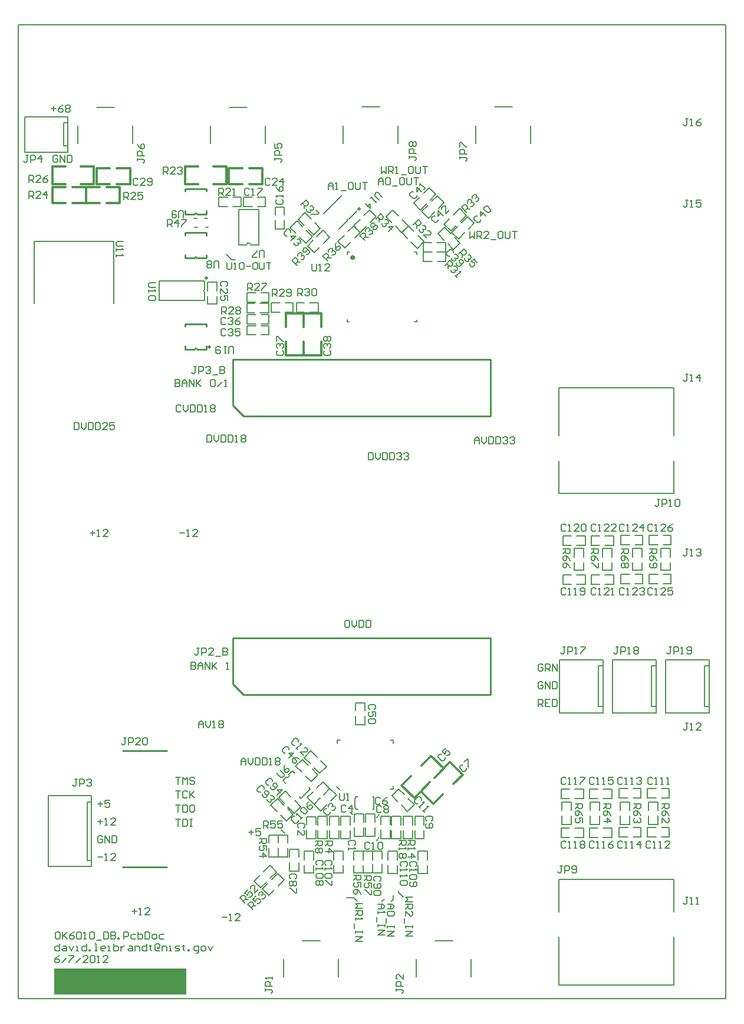
<source format=gto>
%FSLAX25Y25*%
%MOIN*%
G70*
G01*
G75*
%ADD10C,0.01000*%
%ADD11C,0.01100*%
%ADD12C,0.00900*%
%ADD13C,0.01500*%
%ADD14C,0.01600*%
%ADD15C,0.01063*%
%ADD16C,0.01400*%
%ADD17R,0.03500X0.10000*%
%ADD18R,0.30000X0.30000*%
%ADD19R,0.10827X0.03937*%
%ADD20R,0.02000X0.05200*%
G04:AMPARAMS|DCode=21|XSize=47.24mil|YSize=11.81mil|CornerRadius=0mil|HoleSize=0mil|Usage=FLASHONLY|Rotation=225.000|XOffset=0mil|YOffset=0mil|HoleType=Round|Shape=Round|*
%AMOVALD21*
21,1,0.03543,0.01181,0.00000,0.00000,225.0*
1,1,0.01181,0.01253,0.01253*
1,1,0.01181,-0.01253,-0.01253*
%
%ADD21OVALD21*%

G04:AMPARAMS|DCode=22|XSize=47.24mil|YSize=11.81mil|CornerRadius=0mil|HoleSize=0mil|Usage=FLASHONLY|Rotation=225.000|XOffset=0mil|YOffset=0mil|HoleType=Round|Shape=Rectangle|*
%AMROTATEDRECTD22*
4,1,4,0.01253,0.02088,0.02088,0.01253,-0.01253,-0.02088,-0.02088,-0.01253,0.01253,0.02088,0.0*
%
%ADD22ROTATEDRECTD22*%

G04:AMPARAMS|DCode=23|XSize=39.37mil|YSize=19.69mil|CornerRadius=0mil|HoleSize=0mil|Usage=FLASHONLY|Rotation=45.000|XOffset=0mil|YOffset=0mil|HoleType=Round|Shape=Rectangle|*
%AMROTATEDRECTD23*
4,1,4,-0.00696,-0.02088,-0.02088,-0.00696,0.00696,0.02088,0.02088,0.00696,-0.00696,-0.02088,0.0*
%
%ADD23ROTATEDRECTD23*%

%ADD24R,0.02000X0.01000*%
%ADD25R,0.01000X0.02000*%
%ADD26R,0.01063X0.03150*%
%ADD27R,0.03150X0.01063*%
%ADD28R,0.01181X0.02362*%
%ADD29R,0.06000X0.05000*%
%ADD30R,0.06000X0.02000*%
%ADD31O,0.06000X0.02000*%
%ADD32O,0.06000X0.01500*%
%ADD33R,0.06000X0.01500*%
%ADD34R,0.01200X0.06000*%
%ADD35O,0.01200X0.06000*%
%ADD36R,0.01800X0.05700*%
%ADD37R,0.06000X0.06000*%
%ADD38R,0.20000X0.09000*%
%ADD39R,0.24500X0.13000*%
%ADD40R,0.02200X0.10000*%
%ADD41R,0.03000X0.04000*%
%ADD42R,0.04000X0.03000*%
%ADD43R,0.06000X0.06000*%
G04:AMPARAMS|DCode=44|XSize=40mil|YSize=30mil|CornerRadius=0mil|HoleSize=0mil|Usage=FLASHONLY|Rotation=45.000|XOffset=0mil|YOffset=0mil|HoleType=Round|Shape=Rectangle|*
%AMROTATEDRECTD44*
4,1,4,-0.00354,-0.02475,-0.02475,-0.00354,0.00354,0.02475,0.02475,0.00354,-0.00354,-0.02475,0.0*
%
%ADD44ROTATEDRECTD44*%

%ADD45P,0.08485X4X90.0*%
G04:AMPARAMS|DCode=46|XSize=40mil|YSize=30mil|CornerRadius=0mil|HoleSize=0mil|Usage=FLASHONLY|Rotation=135.000|XOffset=0mil|YOffset=0mil|HoleType=Round|Shape=Rectangle|*
%AMROTATEDRECTD46*
4,1,4,0.02475,-0.00354,0.00354,-0.02475,-0.02475,0.00354,-0.00354,0.02475,0.02475,-0.00354,0.0*
%
%ADD46ROTATEDRECTD46*%

%ADD47R,0.18504X0.18504*%
%ADD48C,0.00800*%
%ADD49C,0.00600*%
%ADD50C,0.02800*%
%ADD51C,0.02000*%
%ADD52C,0.01200*%
%ADD53C,0.00700*%
%ADD54R,0.22500X0.25500*%
%ADD55R,0.55000X0.49000*%
%ADD56R,0.14500X0.19000*%
%ADD57R,0.28500X0.08000*%
%ADD58R,0.13500X0.07500*%
%ADD59C,0.08000*%
%ADD60R,0.10000X0.10000*%
%ADD61C,0.04000*%
%ADD62C,0.05800*%
%ADD63R,0.05800X0.05800*%
G04:AMPARAMS|DCode=64|XSize=212.99mil|YSize=253.94mil|CornerRadius=10.65mil|HoleSize=0mil|Usage=FLASHONLY|Rotation=90.000|XOffset=0mil|YOffset=0mil|HoleType=Round|Shape=RoundedRectangle|*
%AMROUNDEDRECTD64*
21,1,0.21299,0.23264,0,0,90.0*
21,1,0.19169,0.25394,0,0,90.0*
1,1,0.02130,0.11632,0.09585*
1,1,0.02130,0.11632,-0.09585*
1,1,0.02130,-0.11632,-0.09585*
1,1,0.02130,-0.11632,0.09585*
%
%ADD64ROUNDEDRECTD64*%
%ADD65C,0.02000*%
%ADD66C,0.10600*%
%ADD67C,0.12000*%
%ADD68C,0.12500*%
%ADD69C,0.02800*%
%ADD70C,0.03800*%
%ADD71C,0.03500*%
%ADD72C,0.02600*%
%ADD73C,0.04000*%
%ADD74C,0.03300*%
%ADD75C,0.00400*%
G04:AMPARAMS|DCode=76|XSize=235mil|YSize=140mil|CornerRadius=0mil|HoleSize=0mil|Usage=FLASHONLY|Rotation=135.000|XOffset=0mil|YOffset=0mil|HoleType=Round|Shape=Rectangle|*
%AMROTATEDRECTD76*
4,1,4,0.13258,-0.03359,0.03359,-0.13258,-0.13258,0.03359,-0.03359,0.13258,0.13258,-0.03359,0.0*
%
%ADD76ROTATEDRECTD76*%

G04:AMPARAMS|DCode=77|XSize=89.4mil|YSize=59.42mil|CornerRadius=0mil|HoleSize=0mil|Usage=FLASHONLY|Rotation=135.000|XOffset=0mil|YOffset=0mil|HoleType=Round|Shape=Rectangle|*
%AMROTATEDRECTD77*
4,1,4,0.05262,-0.01060,0.01060,-0.05262,-0.05262,0.01060,-0.01060,0.05262,0.05262,-0.01060,0.0*
%
%ADD77ROTATEDRECTD77*%

G04:AMPARAMS|DCode=78|XSize=188.32mil|YSize=137.38mil|CornerRadius=0mil|HoleSize=0mil|Usage=FLASHONLY|Rotation=45.000|XOffset=0mil|YOffset=0mil|HoleType=Round|Shape=Rectangle|*
%AMROTATEDRECTD78*
4,1,4,-0.01801,-0.11515,-0.11515,-0.01801,0.01801,0.11515,0.11515,0.01801,-0.01801,-0.11515,0.0*
%
%ADD78ROTATEDRECTD78*%

%ADD79R,0.05000X0.09500*%
%ADD80R,0.12000X0.14000*%
%ADD81R,0.12000X0.14500*%
%ADD82R,0.23500X0.14000*%
%ADD83R,0.12199X0.01800*%
%ADD84C,0.07600*%
%ADD85C,0.06400*%
%ADD86C,0.06600*%
%ADD87C,0.13000*%
%ADD88C,0.06200*%
%ADD89C,0.14400*%
%ADD90C,0.14900*%
%ADD91C,0.03600*%
%ADD92C,0.03900*%
%ADD93C,0.09400*%
%ADD94C,0.06800*%
%ADD95C,0.00900*%
%ADD96C,0.01200*%
%ADD97R,0.10000X0.15400*%
%ADD98R,0.10000X0.06000*%
%ADD99R,0.08100X0.08100*%
G04:AMPARAMS|DCode=100|XSize=47.24mil|YSize=11.81mil|CornerRadius=0mil|HoleSize=0mil|Usage=FLASHONLY|Rotation=315.000|XOffset=0mil|YOffset=0mil|HoleType=Round|Shape=Round|*
%AMOVALD100*
21,1,0.03543,0.01181,0.00000,0.00000,315.0*
1,1,0.01181,-0.01253,0.01253*
1,1,0.01181,0.01253,-0.01253*
%
%ADD100OVALD100*%

G04:AMPARAMS|DCode=101|XSize=47.24mil|YSize=11.81mil|CornerRadius=0mil|HoleSize=0mil|Usage=FLASHONLY|Rotation=315.000|XOffset=0mil|YOffset=0mil|HoleType=Round|Shape=Rectangle|*
%AMROTATEDRECTD101*
4,1,4,-0.02088,0.01253,-0.01253,0.02088,0.02088,-0.01253,0.01253,-0.02088,-0.02088,0.01253,0.0*
%
%ADD101ROTATEDRECTD101*%

%ADD102O,0.04724X0.01181*%
%ADD103R,0.04724X0.01181*%
%ADD104R,0.05000X0.06000*%
%ADD105C,0.03000*%
%ADD106R,0.15500X0.08500*%
%ADD107R,0.22500X0.17000*%
%ADD108R,0.12000X0.19000*%
%ADD109C,0.01181*%
%ADD110R,0.75000X0.15100*%
D10*
X100945Y443270D02*
G03*
X99665Y443270I-640J0D01*
G01*
X100945Y418414D02*
G03*
X99665Y418414I-640J0D01*
G01*
X100945Y366949D02*
G03*
X99665Y366949I-640J0D01*
G01*
X58965Y140154D02*
X83768D01*
X58965Y74602D02*
X83768D01*
X94305Y456050D02*
Y457550D01*
X106305Y456050D02*
Y457550D01*
X94305D02*
X106305D01*
Y443270D02*
Y445010D01*
X94305Y443270D02*
Y445010D01*
Y443270D02*
X99665D01*
X100945D02*
X106305D01*
X266825Y329250D02*
Y335250D01*
X121225Y361250D02*
X266825D01*
Y335250D02*
Y361250D01*
X127225Y329250D02*
X266825D01*
X121225Y335250D02*
X127225Y329250D01*
X121225Y335250D02*
Y361250D01*
X266825Y171750D02*
Y177750D01*
X121225Y203750D02*
X266825D01*
Y177750D02*
Y203750D01*
X127225Y171750D02*
X266825D01*
X121225Y177750D02*
X127225Y171750D01*
X121225Y177750D02*
Y203750D01*
X94305Y431194D02*
Y432694D01*
X106305Y431194D02*
Y432694D01*
X94305D02*
X106305D01*
Y418414D02*
Y420154D01*
X94305Y418414D02*
Y420154D01*
Y418414D02*
X99665D01*
X100945D02*
X106305D01*
X94305Y379729D02*
Y381229D01*
X106305Y379729D02*
Y381229D01*
X94305D02*
X106305D01*
Y366949D02*
Y368689D01*
X94305Y366949D02*
Y368689D01*
Y366949D02*
X99665D01*
X100945D02*
X106305D01*
D48*
X186886Y440378D02*
G03*
X185981Y439473I-453J-453D01*
G01*
X151528Y125401D02*
G03*
X152850Y126723I661J661D01*
G01*
X131450Y425700D02*
G03*
X128950Y425700I-1250J0D01*
G01*
X105277Y400611D02*
G03*
X105277Y399331I0J-640D01*
G01*
X235500Y32900D02*
X245500D01*
X256000Y12400D02*
Y22400D01*
X225000Y12400D02*
Y22400D01*
X160500Y32900D02*
X170500D01*
X181000Y12400D02*
Y22400D01*
X150000Y12400D02*
Y22400D01*
X8951Y392710D02*
Y427710D01*
X53951Y392710D02*
Y427710D01*
X8951D02*
X53951D01*
X38890Y78251D02*
Y104751D01*
Y111251D01*
X41390D01*
X16890Y114751D02*
X41390D01*
Y74751D02*
Y114751D01*
X16890Y74751D02*
Y114751D01*
X38890Y78251D02*
X41390D01*
X16890Y74751D02*
X41390D01*
X99258Y440668D02*
X100758D01*
X105358D02*
X106858D01*
X99658Y435668D02*
X101158D01*
X105758D02*
X107258D01*
X180985Y451688D02*
X182987Y453690D01*
X172650Y443353D02*
X174652Y445355D01*
X189562Y443055D02*
X191564Y445057D01*
X181233Y434726D02*
X183235Y436727D01*
X185981Y439473D01*
X186886Y440378D02*
X189562Y443055D01*
X174652Y445355D02*
X180985Y451688D01*
X152850Y126723D02*
X154898Y128771D01*
X156312Y127357D01*
X149479Y123353D02*
X151528Y125401D01*
X149479Y123353D02*
X150894Y121938D01*
X158828Y114004D02*
X159641Y113191D01*
X165059Y118610D01*
X164246Y119423D02*
X165059Y118610D01*
X211837Y118513D02*
Y120175D01*
X210175Y118513D02*
X211837D01*
X210175Y146059D02*
X211837D01*
Y144397D02*
Y146059D01*
X180353D02*
X182016D01*
X180000Y119700D02*
X181500Y118200D01*
X180353Y144397D02*
Y146059D01*
X223990Y421753D02*
X225171D01*
Y420375D02*
Y421753D01*
Y382383D02*
Y383564D01*
X223794Y382383D02*
X225171D01*
X185802D02*
X186983D01*
X185802D02*
Y383761D01*
Y420572D02*
Y421753D01*
X187180D01*
X190250Y108100D02*
X191031Y107319D01*
X190250Y108100D02*
Y113218D01*
X191031Y107313D02*
X191819Y107319D01*
X191031Y114006D02*
X191819Y113999D01*
X190250Y113218D02*
X191031Y113999D01*
X200087Y107319D02*
X200874D01*
Y114006D01*
Y113612D02*
Y114006D01*
X200087D02*
X200874D01*
X131450Y425700D02*
X135900D01*
X124500D02*
X128950D01*
X124500D02*
Y445700D01*
X135900D01*
Y425700D02*
Y445700D01*
X105277Y400611D02*
Y405332D01*
Y394610D02*
Y399331D01*
X79687Y394610D02*
X105277D01*
X79687D02*
Y405332D01*
X105277D01*
X44200Y503500D02*
X54200D01*
X64700Y483000D02*
Y493000D01*
X33700Y483000D02*
Y493000D01*
X3451Y478210D02*
Y498210D01*
X27951Y478210D02*
Y498210D01*
X3451D02*
X27951D01*
X3451Y478210D02*
X27951D01*
X25451Y494710D02*
X27951D01*
X25451Y488210D02*
Y494710D01*
Y481710D02*
X27951D01*
X25451D02*
Y488210D01*
X305500Y285400D02*
X370500D01*
X305500D02*
Y303800D01*
Y318000D02*
Y345200D01*
X370500D01*
Y318000D02*
Y345200D01*
Y285400D02*
Y303800D01*
X363400Y242000D02*
Y246500D01*
X368700Y242000D02*
Y246500D01*
Y249500D02*
Y254500D01*
X363400Y249500D02*
Y254500D01*
Y242000D02*
X368700D01*
X363400Y254500D02*
X368700D01*
X366000Y161600D02*
X390500D01*
X388000Y165100D02*
X390500D01*
X366000Y161600D02*
Y191600D01*
X390500Y161600D02*
Y191600D01*
X366000D02*
X390500D01*
X388000Y188100D02*
X390500D01*
X388000Y181600D02*
Y188100D01*
Y165100D02*
Y181600D01*
X305500Y49200D02*
Y67600D01*
Y7800D02*
Y35000D01*
Y7800D02*
X370500D01*
Y35000D01*
Y49200D02*
Y67600D01*
X305500D02*
X370500D01*
X336000Y161600D02*
X360500D01*
X358000Y165100D02*
X360500D01*
X336000Y161600D02*
Y191600D01*
X360500Y161600D02*
Y191600D01*
X336000D02*
X360500D01*
X358000Y188100D02*
X360500D01*
X358000Y181600D02*
Y188100D01*
Y165100D02*
Y181600D01*
X306000Y161600D02*
X330500D01*
X328000Y165100D02*
X330500D01*
X306000Y161600D02*
Y191600D01*
X330500Y161600D02*
Y191600D01*
X306000D02*
X330500D01*
X328000Y188100D02*
X330500D01*
X328000Y181600D02*
Y188100D01*
Y165100D02*
Y181600D01*
X308000Y239600D02*
X312500D01*
X308000Y234300D02*
X312500D01*
X315500D02*
X320500D01*
X315500Y239600D02*
X320500D01*
X308000Y234300D02*
Y239600D01*
X320500Y234300D02*
Y239600D01*
X324000D02*
X328500D01*
X324000Y234300D02*
X328500D01*
X331500D02*
X336500D01*
X331500Y239600D02*
X336500D01*
X324000Y234300D02*
Y239600D01*
X336500Y234300D02*
Y239600D01*
X348500Y234400D02*
X353000D01*
X348500Y239700D02*
X353000D01*
X340500D02*
X345500D01*
X340500Y234400D02*
X345500D01*
X353000D02*
Y239700D01*
X340500Y234400D02*
Y239700D01*
X364500Y234400D02*
X369000D01*
X364500Y239700D02*
X369000D01*
X356500D02*
X361500D01*
X356500Y234400D02*
X361500D01*
X369000D02*
Y239700D01*
X356500Y234400D02*
Y239700D01*
X314400Y242000D02*
Y246500D01*
X319700Y242000D02*
Y246500D01*
Y249500D02*
Y254500D01*
X314400Y249500D02*
Y254500D01*
Y242000D02*
X319700D01*
X314400Y254500D02*
X319700D01*
X330400Y242000D02*
Y246500D01*
X335700Y242000D02*
Y246500D01*
Y249500D02*
Y254500D01*
X330400Y249500D02*
Y254500D01*
Y242000D02*
X335700D01*
X330400Y254500D02*
X335700D01*
X347400Y242000D02*
Y246500D01*
X352700Y242000D02*
Y246500D01*
Y249500D02*
Y254500D01*
X347400Y249500D02*
Y254500D01*
Y242000D02*
X352700D01*
X347400Y254500D02*
X352700D01*
X308000Y261600D02*
X312500D01*
X308000Y256300D02*
X312500D01*
X315500D02*
X320500D01*
X315500Y261600D02*
X320500D01*
X308000Y256300D02*
Y261600D01*
X320500Y256300D02*
Y261600D01*
X324000D02*
X328500D01*
X324000Y256300D02*
X328500D01*
X331500D02*
X336500D01*
X331500Y261600D02*
X336500D01*
X324000Y256300D02*
Y261600D01*
X336500Y256300D02*
Y261600D01*
X348500Y256400D02*
X353000D01*
X348500Y261700D02*
X353000D01*
X340500D02*
X345500D01*
X340500Y256400D02*
X345500D01*
X353000D02*
Y261700D01*
X340500Y256400D02*
Y261700D01*
X364500Y256400D02*
X369000D01*
X364500Y261700D02*
X369000D01*
X356500D02*
X361500D01*
X356500Y256400D02*
X361500D01*
X369000D02*
Y261700D01*
X356500Y256400D02*
Y261700D01*
X363500Y113400D02*
X368000D01*
X363500Y118700D02*
X368000D01*
X355500D02*
X360500D01*
X355500Y113400D02*
X360500D01*
X368000D02*
Y118700D01*
X355500Y113400D02*
Y118700D01*
X347500Y113400D02*
X352000D01*
X347500Y118700D02*
X352000D01*
X339500D02*
X344500D01*
X339500Y113400D02*
X344500D01*
X352000D02*
Y118700D01*
X339500Y113400D02*
Y118700D01*
X323000Y118600D02*
X327500D01*
X323000Y113300D02*
X327500D01*
X330500D02*
X335500D01*
X330500Y118600D02*
X335500D01*
X323000Y113300D02*
Y118600D01*
X335500Y113300D02*
Y118600D01*
X307000D02*
X311500D01*
X307000Y113300D02*
X311500D01*
X314500D02*
X319500D01*
X314500Y118600D02*
X319500D01*
X307000Y113300D02*
Y118600D01*
X319500Y113300D02*
Y118600D01*
X361600Y106500D02*
Y111000D01*
X356300Y106500D02*
Y111000D01*
Y98500D02*
Y103500D01*
X361600Y98500D02*
Y103500D01*
X356300Y111000D02*
X361600D01*
X356300Y98500D02*
X361600D01*
X345600Y106500D02*
Y111000D01*
X340300Y106500D02*
Y111000D01*
Y98500D02*
Y103500D01*
X345600Y98500D02*
Y103500D01*
X340300Y111000D02*
X345600D01*
X340300Y98500D02*
X345600D01*
X328600Y106500D02*
Y111000D01*
X323300Y106500D02*
Y111000D01*
Y98500D02*
Y103500D01*
X328600Y98500D02*
Y103500D01*
X323300Y111000D02*
X328600D01*
X323300Y98500D02*
X328600D01*
X312600Y106500D02*
Y111000D01*
X307300Y106500D02*
Y111000D01*
Y98500D02*
Y103500D01*
X312600Y98500D02*
Y103500D01*
X307300Y111000D02*
X312600D01*
X307300Y98500D02*
X312600D01*
X363500Y91400D02*
X368000D01*
X363500Y96700D02*
X368000D01*
X355500D02*
X360500D01*
X355500Y91400D02*
X360500D01*
X368000D02*
Y96700D01*
X355500Y91400D02*
Y96700D01*
X347500Y91400D02*
X352000D01*
X347500Y96700D02*
X352000D01*
X339500D02*
X344500D01*
X339500Y91400D02*
X344500D01*
X352000D02*
Y96700D01*
X339500Y91400D02*
Y96700D01*
X323000Y96600D02*
X327500D01*
X323000Y91300D02*
X327500D01*
X330500D02*
X335500D01*
X330500Y96600D02*
X335500D01*
X323000Y91300D02*
Y96600D01*
X335500Y91300D02*
Y96600D01*
X307000D02*
X311500D01*
X307000Y91300D02*
X311500D01*
X314500D02*
X319500D01*
X314500Y96600D02*
X319500D01*
X307000Y91300D02*
Y96600D01*
X319500Y91300D02*
Y96600D01*
X178249Y71049D02*
Y75549D01*
X183549Y71049D02*
Y75549D01*
Y78549D02*
Y83549D01*
X178249Y78549D02*
Y83549D01*
Y71049D02*
X183549D01*
X178249Y83549D02*
X183549D01*
X161549Y71049D02*
Y75549D01*
X166849Y71049D02*
Y75549D01*
Y78549D02*
Y83549D01*
X161549Y78549D02*
Y83549D01*
Y71049D02*
X166849D01*
X161549Y83549D02*
X166849D01*
X225949Y70990D02*
Y75490D01*
X231249Y70990D02*
Y75490D01*
Y78490D02*
Y83490D01*
X225949Y78490D02*
Y83490D01*
Y70990D02*
X231249D01*
X225949Y83490D02*
X231249D01*
X208949Y70990D02*
Y75490D01*
X214249Y70990D02*
Y75490D01*
Y78490D02*
Y83490D01*
X208949Y78490D02*
Y83490D01*
Y70990D02*
X214249D01*
X208949Y83490D02*
X214249D01*
X163389Y113707D02*
X166571Y116889D01*
X167137Y109959D02*
X170319Y113141D01*
X172440Y115263D02*
X175976Y118798D01*
X168692Y119010D02*
X172228Y122546D01*
X163389Y113707D02*
X167137Y109959D01*
X172228Y122546D02*
X175976Y118798D01*
X152190Y88051D02*
Y92551D01*
X146890Y88051D02*
Y92551D01*
Y80051D02*
Y85051D01*
X152190Y80051D02*
Y85051D01*
X146890Y92551D02*
X152190D01*
X146890Y80051D02*
X152190D01*
X146890Y88051D02*
Y92551D01*
X141590Y88051D02*
Y92551D01*
Y80051D02*
Y85051D01*
X146890Y80051D02*
Y85051D01*
X141590Y92551D02*
X146890D01*
X141590Y80051D02*
X146890D01*
X189610Y71049D02*
Y75549D01*
X194910Y71049D02*
Y75549D01*
Y78549D02*
Y83549D01*
X189610Y78549D02*
Y83549D01*
Y71049D02*
X194910D01*
X189610Y83549D02*
X194910D01*
Y71049D02*
Y75549D01*
X200210Y71049D02*
Y75549D01*
Y78549D02*
Y83549D01*
X194910Y78549D02*
Y83549D01*
Y71049D02*
X200210D01*
X194910Y83549D02*
X200210D01*
X133289Y66507D02*
X136471Y69689D01*
X137037Y62759D02*
X140219Y65941D01*
X142340Y68063D02*
X145876Y71598D01*
X138592Y71810D02*
X142128Y75346D01*
X133289Y66507D02*
X137037Y62759D01*
X142128Y75346D02*
X145876Y71598D01*
X137789Y62107D02*
X140971Y65289D01*
X141537Y58359D02*
X144719Y61541D01*
X146840Y63663D02*
X150375Y67198D01*
X143092Y67410D02*
X146628Y70946D01*
X137789Y62107D02*
X141537Y58359D01*
X146628Y70946D02*
X150375Y67198D01*
X117500Y420500D02*
X120500Y417500D01*
X122500D01*
X237144Y432079D02*
X240892Y435827D01*
X245983Y423240D02*
X249730Y426988D01*
X237144Y432079D02*
X240680Y428544D01*
X240892Y435827D02*
X244427Y432291D01*
X246549Y430170D02*
X249730Y426988D01*
X242801Y426422D02*
X245983Y423240D01*
X194200Y503700D02*
X204200D01*
X214700Y483200D02*
Y493200D01*
X183700Y483200D02*
Y493200D01*
X269200Y503700D02*
X279200D01*
X289700Y483200D02*
Y493200D01*
X258700Y483200D02*
Y493200D01*
X119200Y503500D02*
X129200D01*
X139700Y483000D02*
Y493000D01*
X108700Y483000D02*
Y493000D01*
X176000Y90500D02*
Y95000D01*
X181300Y90500D02*
Y95000D01*
Y98000D02*
Y103000D01*
X176000Y98000D02*
Y103000D01*
Y90500D02*
X181300D01*
X176000Y103000D02*
X181300D01*
X168300Y98400D02*
Y102900D01*
X163000Y98400D02*
Y102900D01*
Y90400D02*
Y95400D01*
X168300Y90400D02*
Y95400D01*
X163000Y102900D02*
X168300D01*
X163000Y90400D02*
X168300D01*
X169400Y90500D02*
Y95000D01*
X174700Y90500D02*
Y95000D01*
Y98000D02*
Y103000D01*
X169400Y98000D02*
Y103000D01*
Y90500D02*
X174700D01*
X169400Y103000D02*
X174700D01*
X176578Y111901D02*
X179760Y115083D01*
X172830Y115649D02*
X176012Y118831D01*
X167173Y109992D02*
X170709Y113527D01*
X170921Y106244D02*
X174456Y109780D01*
X176012Y118831D02*
X179760Y115083D01*
X167173Y109992D02*
X170921Y106244D01*
X195300Y99900D02*
Y104400D01*
X190000Y99900D02*
Y104400D01*
Y91900D02*
Y96900D01*
X195300Y91900D02*
Y96900D01*
X190000Y104400D02*
X195300D01*
X190000Y91900D02*
X195300D01*
X201600Y99900D02*
Y104400D01*
X196300Y99900D02*
Y104400D01*
Y91900D02*
Y96900D01*
X201600Y91900D02*
Y96900D01*
X196300Y104400D02*
X201600D01*
X196300Y91900D02*
X201600D01*
X217700Y90500D02*
Y95000D01*
X223000Y90500D02*
Y95000D01*
Y98000D02*
Y103000D01*
X217700Y98000D02*
Y103000D01*
Y90500D02*
X223000D01*
X217700Y103000D02*
X223000D01*
X224100Y90500D02*
Y95000D01*
X229400Y90500D02*
Y95000D01*
Y98000D02*
Y103000D01*
X224100Y98000D02*
Y103000D01*
Y90500D02*
X229400D01*
X224100Y103000D02*
X229400D01*
X210100Y98500D02*
Y103000D01*
X204800Y98500D02*
Y103000D01*
Y90500D02*
Y95500D01*
X210100Y90500D02*
Y95500D01*
X204800Y103000D02*
X210100D01*
X204800Y90500D02*
X210100D01*
X211000D02*
Y95000D01*
X216300Y90500D02*
Y95000D01*
Y98000D02*
Y103000D01*
X211000Y98000D02*
Y103000D01*
Y90500D02*
X216300D01*
X211000Y103000D02*
X216300D01*
X214917Y118560D02*
X218099Y115378D01*
X211169Y114812D02*
X214351Y111630D01*
X216473Y109509D02*
X220008Y105973D01*
X220220Y113257D02*
X223756Y109721D01*
X211169Y114812D02*
X214917Y118560D01*
X220008Y105973D02*
X223756Y109721D01*
X182300Y90500D02*
Y95000D01*
X187600Y90500D02*
Y95000D01*
Y98000D02*
Y103000D01*
X182300Y98000D02*
Y103000D01*
Y90500D02*
X187600D01*
X182300Y103000D02*
X187600D01*
X241500Y421700D02*
Y427000D01*
X229000Y421700D02*
Y427000D01*
X236500D02*
X241500D01*
X236500Y421700D02*
X241500D01*
X229000D02*
X233500D01*
X229000Y427000D02*
X233500D01*
X113302Y447431D02*
Y452731D01*
X125802Y447431D02*
Y452731D01*
X113302Y447431D02*
X118302D01*
X113302Y452731D02*
X118302D01*
X121302D02*
X125802D01*
X121302Y447431D02*
X125802D01*
X229000Y416400D02*
Y421700D01*
X241500Y416400D02*
Y421700D01*
X229000Y416400D02*
X234000D01*
X229000Y421700D02*
X234000D01*
X237000D02*
X241500D01*
X237000Y416400D02*
X241500D01*
X225608Y423973D02*
X229356Y427721D01*
X216769Y432812D02*
X220517Y436560D01*
X225820Y431257D02*
X229356Y427721D01*
X222073Y427509D02*
X225608Y423973D01*
X216769Y432812D02*
X219951Y429630D01*
X220517Y436560D02*
X223699Y433378D01*
X249579Y446356D02*
X253327Y442608D01*
X240740Y437517D02*
X244488Y433770D01*
X246043Y442820D02*
X249579Y446356D01*
X249791Y439073D02*
X253327Y442608D01*
X244488Y433770D02*
X247670Y436952D01*
X240740Y437517D02*
X243922Y440699D01*
X216708Y432873D02*
X220456Y436621D01*
X207869Y441712D02*
X211617Y445460D01*
X216920Y440157D02*
X220456Y436621D01*
X213173Y436409D02*
X216708Y432873D01*
X207869Y441712D02*
X211051Y438530D01*
X211617Y445460D02*
X214799Y442278D01*
X180673Y427792D02*
X184421Y424044D01*
X189512Y436631D02*
X193260Y432883D01*
X184421Y424044D02*
X187956Y427580D01*
X180673Y427792D02*
X184209Y431327D01*
X186330Y433449D02*
X189512Y436631D01*
X190078Y429701D02*
X193260Y432883D01*
X158144Y440279D02*
X161892Y444027D01*
X166983Y431440D02*
X170730Y435188D01*
X158144Y440279D02*
X161680Y436744D01*
X161892Y444027D02*
X165427Y440491D01*
X167549Y438370D02*
X170730Y435188D01*
X163801Y434622D02*
X166983Y431440D01*
X189573Y436692D02*
X193321Y432944D01*
X198412Y445531D02*
X202160Y441783D01*
X193321Y432944D02*
X196856Y436480D01*
X189573Y436692D02*
X193109Y440227D01*
X195230Y442349D02*
X198412Y445531D01*
X198978Y438601D02*
X202160Y441783D01*
X172279Y434056D02*
X176027Y430308D01*
X163440Y425217D02*
X167188Y421470D01*
X168743Y430520D02*
X172279Y434056D01*
X172491Y426773D02*
X176027Y430308D01*
X167188Y421470D02*
X170370Y424652D01*
X163440Y425217D02*
X166622Y428399D01*
X169600Y387800D02*
Y393100D01*
X157100Y387800D02*
Y393100D01*
X164600D02*
X169600D01*
X164600Y387800D02*
X169600D01*
X157100D02*
X161600D01*
X157100Y393100D02*
X161600D01*
X142800Y387700D02*
Y393000D01*
X155300Y387700D02*
Y393000D01*
X142800Y387700D02*
X147800D01*
X142800Y393000D02*
X147800D01*
X150800D02*
X155300D01*
X150800Y387700D02*
X155300D01*
X141700Y387400D02*
Y392700D01*
X129200Y387400D02*
Y392700D01*
X136700D02*
X141700D01*
X136700Y387400D02*
X141700D01*
X129200D02*
X133700D01*
X129200Y392700D02*
X133700D01*
X129200Y393600D02*
Y398900D01*
X141700Y393600D02*
Y398900D01*
X129200Y393600D02*
X134200D01*
X129200Y398900D02*
X134200D01*
X137200D02*
X141700D01*
X137200Y393600D02*
X141700D01*
X162508Y426773D02*
X166256Y430521D01*
X153669Y435612D02*
X157417Y439360D01*
X162720Y434057D02*
X166256Y430521D01*
X158973Y430309D02*
X162508Y426773D01*
X153669Y435612D02*
X156851Y432430D01*
X157417Y439360D02*
X160599Y436178D01*
X245073Y432992D02*
X248821Y429244D01*
X253912Y441831D02*
X257660Y438083D01*
X248821Y429244D02*
X252356Y432780D01*
X245073Y432992D02*
X248609Y436527D01*
X250730Y438649D02*
X253912Y441831D01*
X254478Y434901D02*
X257660Y438083D01*
X129200Y381200D02*
Y386500D01*
X141700Y381200D02*
Y386500D01*
X129200Y381200D02*
X134200D01*
X129200Y386500D02*
X134200D01*
X137200D02*
X141700D01*
X137200Y381200D02*
X141700D01*
X129200Y375000D02*
Y380300D01*
X141700Y375000D02*
Y380300D01*
X129200Y375000D02*
X134200D01*
X129200Y380300D02*
X134200D01*
X137200D02*
X141700D01*
X137200Y375000D02*
X141700D01*
X145100Y434800D02*
X150400D01*
X145100Y447300D02*
X150400D01*
Y434800D02*
Y439800D01*
X145100Y434800D02*
Y439800D01*
Y442800D02*
Y447300D01*
X150400Y442800D02*
Y447300D01*
X127100Y447431D02*
Y452731D01*
X139600Y447431D02*
Y452731D01*
X127100Y447431D02*
X132100D01*
X127100Y452731D02*
X132100D01*
X135100D02*
X139600D01*
X135100Y447431D02*
X139600D01*
X161544Y136279D02*
X165292Y140027D01*
X170383Y127440D02*
X174130Y131188D01*
X161544Y136279D02*
X165080Y132744D01*
X165292Y140027D02*
X168827Y136491D01*
X170949Y134370D02*
X174130Y131188D01*
X167201Y130622D02*
X170383Y127440D01*
X156744Y131579D02*
X160492Y135327D01*
X165583Y122740D02*
X169330Y126488D01*
X156744Y131579D02*
X160280Y128044D01*
X160492Y135327D02*
X164027Y131791D01*
X166149Y129670D02*
X169330Y126488D01*
X162401Y125922D02*
X165583Y122740D01*
X190600Y154700D02*
X195900D01*
X190600Y167200D02*
X195900D01*
Y154700D02*
Y159700D01*
X190600Y154700D02*
Y159700D01*
Y162700D02*
Y167200D01*
X195900Y162700D02*
Y167200D01*
X155935Y104880D02*
X159683Y108628D01*
X147096Y113719D02*
X150844Y117467D01*
X156147Y112164D02*
X159683Y108628D01*
X152400Y108416D02*
X155935Y104880D01*
X147096Y113719D02*
X150278Y110537D01*
X150844Y117467D02*
X154026Y114285D01*
X142717Y109372D02*
X146465Y113120D01*
X151556Y100533D02*
X155304Y104281D01*
X142717Y109372D02*
X146253Y105836D01*
X146465Y113120D02*
X150000Y109584D01*
X152122Y107463D02*
X155304Y104281D01*
X148374Y103715D02*
X151556Y100533D01*
X200227Y71007D02*
X205527D01*
X200227Y83507D02*
X205527D01*
Y71007D02*
Y76007D01*
X200227Y71007D02*
Y76007D01*
Y79007D02*
Y83507D01*
X205527Y79007D02*
Y83507D01*
X153354Y72056D02*
X158654D01*
X153354Y84556D02*
X158654D01*
Y72056D02*
Y77056D01*
X153354Y72056D02*
Y77056D01*
Y80056D02*
Y84556D01*
X158654Y80056D02*
Y84556D01*
X107012Y404955D02*
X112312D01*
X107012Y392455D02*
X112312D01*
X107012Y399955D02*
Y404955D01*
X112312Y399955D02*
Y404955D01*
Y392455D02*
Y396955D01*
X107012Y392455D02*
Y396955D01*
X223473Y449392D02*
X227221Y445644D01*
X232312Y458231D02*
X236060Y454483D01*
X227221Y445644D02*
X230756Y449180D01*
X223473Y449392D02*
X227009Y452927D01*
X229130Y455049D02*
X232312Y458231D01*
X232878Y451301D02*
X236060Y454483D01*
X228073Y444692D02*
X231821Y440944D01*
X236912Y453531D02*
X240660Y449783D01*
X231821Y440944D02*
X235356Y444480D01*
X228073Y444692D02*
X231609Y448227D01*
X233730Y450349D02*
X236912Y453531D01*
X237478Y446601D02*
X240660Y449783D01*
X202500Y89500D02*
X204000Y91000D01*
X202500Y102500D02*
X204000Y104000D01*
X187500Y105500D02*
X189000Y104000D01*
X212000Y56000D02*
Y58500D01*
X211000Y55000D02*
X212000Y56000D01*
X206500D02*
X207000D01*
X205500Y55000D02*
X206500Y56000D01*
X215000Y60000D02*
X217500Y57500D01*
X215000Y60000D02*
Y61000D01*
X148500Y95500D02*
X150500Y93500D01*
X189500Y57000D02*
X191500Y55000D01*
X185500Y57000D02*
X189500D01*
X213651Y5716D02*
Y4383D01*
Y5049D01*
X216984D01*
X217650Y4383D01*
Y3716D01*
X216984Y3050D01*
X217650Y7049D02*
X213651D01*
Y9048D01*
X214318Y9714D01*
X215651D01*
X216317Y9048D01*
Y7049D01*
X217650Y13713D02*
Y11047D01*
X214984Y13713D01*
X214318D01*
X213651Y13047D01*
Y11714D01*
X214318Y11047D01*
X139651Y5716D02*
Y4383D01*
Y5049D01*
X142984D01*
X143650Y4383D01*
Y3716D01*
X142984Y3050D01*
X143650Y7049D02*
X139651D01*
Y9048D01*
X140318Y9714D01*
X141651D01*
X142317Y9048D01*
Y7049D01*
X143650Y11047D02*
Y12380D01*
Y11714D01*
X139651D01*
X140318Y11047D01*
X369115Y198788D02*
X367782D01*
X368448D01*
Y195456D01*
X367782Y194790D01*
X367115D01*
X366449Y195456D01*
X370447Y194790D02*
Y198788D01*
X372447D01*
X373113Y198122D01*
Y196789D01*
X372447Y196123D01*
X370447D01*
X374446Y194790D02*
X375779D01*
X375113D01*
Y198788D01*
X374446Y198122D01*
X377779Y195456D02*
X378445Y194790D01*
X379778D01*
X380444Y195456D01*
Y198122D01*
X379778Y198788D01*
X378445D01*
X377779Y198122D01*
Y197456D01*
X378445Y196789D01*
X380444D01*
X339115Y198788D02*
X337782D01*
X338448D01*
Y195456D01*
X337782Y194790D01*
X337115D01*
X336449Y195456D01*
X340447Y194790D02*
Y198788D01*
X342447D01*
X343113Y198122D01*
Y196789D01*
X342447Y196123D01*
X340447D01*
X344446Y194790D02*
X345779D01*
X345113D01*
Y198788D01*
X344446Y198122D01*
X347779D02*
X348445Y198788D01*
X349778D01*
X350444Y198122D01*
Y197456D01*
X349778Y196789D01*
X350444Y196123D01*
Y195456D01*
X349778Y194790D01*
X348445D01*
X347779Y195456D01*
Y196123D01*
X348445Y196789D01*
X347779Y197456D01*
Y198122D01*
X348445Y196789D02*
X349778D01*
X309115Y198788D02*
X307782D01*
X308448D01*
Y195456D01*
X307782Y194790D01*
X307115D01*
X306449Y195456D01*
X310448Y194790D02*
Y198788D01*
X312447D01*
X313113Y198122D01*
Y196789D01*
X312447Y196123D01*
X310448D01*
X314446Y194790D02*
X315779D01*
X315113D01*
Y198788D01*
X314446Y198122D01*
X317778Y198788D02*
X320444D01*
Y198122D01*
X317778Y195456D01*
Y194790D01*
X357000Y254000D02*
X360999D01*
Y252001D01*
X360332Y251334D01*
X358999D01*
X358333Y252001D01*
Y254000D01*
Y252667D02*
X357000Y251334D01*
X360999Y247336D02*
X360332Y248668D01*
X358999Y250001D01*
X357666D01*
X357000Y249335D01*
Y248002D01*
X357666Y247336D01*
X358333D01*
X358999Y248002D01*
Y250001D01*
X357666Y246003D02*
X357000Y245336D01*
Y244003D01*
X357666Y243337D01*
X360332D01*
X360999Y244003D01*
Y245336D01*
X360332Y246003D01*
X359666D01*
X358999Y245336D01*
Y243337D01*
X341000Y254000D02*
X344999D01*
Y252001D01*
X344332Y251334D01*
X342999D01*
X342333Y252001D01*
Y254000D01*
Y252667D02*
X341000Y251334D01*
X344999Y247336D02*
X344332Y248668D01*
X342999Y250001D01*
X341666D01*
X341000Y249335D01*
Y248002D01*
X341666Y247336D01*
X342333D01*
X342999Y248002D01*
Y250001D01*
X344332Y246003D02*
X344999Y245336D01*
Y244003D01*
X344332Y243337D01*
X343666D01*
X342999Y244003D01*
X342333Y243337D01*
X341666D01*
X341000Y244003D01*
Y245336D01*
X341666Y246003D01*
X342333D01*
X342999Y245336D01*
X343666Y246003D01*
X344332D01*
X342999Y245336D02*
Y244003D01*
X324000Y254000D02*
X327999D01*
Y252001D01*
X327332Y251334D01*
X325999D01*
X325333Y252001D01*
Y254000D01*
Y252667D02*
X324000Y251334D01*
X327999Y247336D02*
X327332Y248668D01*
X325999Y250001D01*
X324666D01*
X324000Y249335D01*
Y248002D01*
X324666Y247336D01*
X325333D01*
X325999Y248002D01*
Y250001D01*
X327999Y246003D02*
Y243337D01*
X327332D01*
X324666Y246003D01*
X324000D01*
X308000Y254000D02*
X311999D01*
Y252001D01*
X311332Y251334D01*
X309999D01*
X309333Y252001D01*
Y254000D01*
Y252667D02*
X308000Y251334D01*
X311999Y247336D02*
X311332Y248668D01*
X309999Y250001D01*
X308666D01*
X308000Y249335D01*
Y248002D01*
X308666Y247336D01*
X309333D01*
X309999Y248002D01*
Y250001D01*
X311999Y243337D02*
X311332Y244670D01*
X309999Y246003D01*
X308666D01*
X308000Y245336D01*
Y244003D01*
X308666Y243337D01*
X309333D01*
X309999Y244003D01*
Y246003D01*
X315000Y110000D02*
X318999D01*
Y108001D01*
X318332Y107334D01*
X316999D01*
X316333Y108001D01*
Y110000D01*
Y108667D02*
X315000Y107334D01*
X318999Y103335D02*
X318332Y104668D01*
X316999Y106001D01*
X315666D01*
X315000Y105335D01*
Y104002D01*
X315666Y103335D01*
X316333D01*
X316999Y104002D01*
Y106001D01*
X318999Y99337D02*
Y102003D01*
X316999D01*
X317666Y100670D01*
Y100003D01*
X316999Y99337D01*
X315666D01*
X315000Y100003D01*
Y101336D01*
X315666Y102003D01*
X331000Y110000D02*
X334999D01*
Y108001D01*
X334332Y107334D01*
X332999D01*
X332333Y108001D01*
Y110000D01*
Y108667D02*
X331000Y107334D01*
X334999Y103335D02*
X334332Y104668D01*
X332999Y106001D01*
X331666D01*
X331000Y105335D01*
Y104002D01*
X331666Y103335D01*
X332333D01*
X332999Y104002D01*
Y106001D01*
X331000Y100003D02*
X334999D01*
X332999Y102003D01*
Y99337D01*
X348000Y110000D02*
X351999D01*
Y108001D01*
X351332Y107334D01*
X349999D01*
X349333Y108001D01*
Y110000D01*
Y108667D02*
X348000Y107334D01*
X351999Y103335D02*
X351332Y104668D01*
X349999Y106001D01*
X348666D01*
X348000Y105335D01*
Y104002D01*
X348666Y103335D01*
X349333D01*
X349999Y104002D01*
Y106001D01*
X351332Y102003D02*
X351999Y101336D01*
Y100003D01*
X351332Y99337D01*
X350666D01*
X349999Y100003D01*
Y100670D01*
Y100003D01*
X349333Y99337D01*
X348666D01*
X348000Y100003D01*
Y101336D01*
X348666Y102003D01*
X364000Y110000D02*
X367999D01*
Y108001D01*
X367332Y107334D01*
X365999D01*
X365333Y108001D01*
Y110000D01*
Y108667D02*
X364000Y107334D01*
X367999Y103335D02*
X367332Y104668D01*
X365999Y106001D01*
X364666D01*
X364000Y105335D01*
Y104002D01*
X364666Y103335D01*
X365333D01*
X365999Y104002D01*
Y106001D01*
X364000Y99337D02*
Y102003D01*
X366666Y99337D01*
X367332D01*
X367999Y100003D01*
Y101336D01*
X367332Y102003D01*
X362666Y281999D02*
X361333D01*
X361999D01*
Y278666D01*
X361333Y278000D01*
X360666D01*
X360000Y278666D01*
X363999Y278000D02*
Y281999D01*
X365998D01*
X366665Y281332D01*
Y279999D01*
X365998Y279333D01*
X363999D01*
X367997Y278000D02*
X369330D01*
X368664D01*
Y281999D01*
X367997Y281332D01*
X371330D02*
X371996Y281999D01*
X373329D01*
X373995Y281332D01*
Y278666D01*
X373329Y278000D01*
X371996D01*
X371330Y278666D01*
Y281332D01*
X307666Y74999D02*
X306333D01*
X306999D01*
Y71666D01*
X306333Y71000D01*
X305666D01*
X305000Y71666D01*
X308999Y71000D02*
Y74999D01*
X310998D01*
X311665Y74332D01*
Y72999D01*
X310998Y72333D01*
X308999D01*
X312997Y71666D02*
X313664Y71000D01*
X314997D01*
X315663Y71666D01*
Y74332D01*
X314997Y74999D01*
X313664D01*
X312997Y74332D01*
Y73666D01*
X313664Y72999D01*
X315663D01*
X358666Y267332D02*
X357999Y267999D01*
X356666D01*
X356000Y267332D01*
Y264666D01*
X356666Y264000D01*
X357999D01*
X358666Y264666D01*
X359999Y264000D02*
X361332D01*
X360665D01*
Y267999D01*
X359999Y267332D01*
X365997Y264000D02*
X363331D01*
X365997Y266666D01*
Y267332D01*
X365330Y267999D01*
X363997D01*
X363331Y267332D01*
X369995Y267999D02*
X368663Y267332D01*
X367330Y265999D01*
Y264666D01*
X367996Y264000D01*
X369329D01*
X369995Y264666D01*
Y265333D01*
X369329Y265999D01*
X367330D01*
X358666Y231332D02*
X357999Y231999D01*
X356666D01*
X356000Y231332D01*
Y228666D01*
X356666Y228000D01*
X357999D01*
X358666Y228666D01*
X359999Y228000D02*
X361332D01*
X360665D01*
Y231999D01*
X359999Y231332D01*
X365997Y228000D02*
X363331D01*
X365997Y230666D01*
Y231332D01*
X365330Y231999D01*
X363997D01*
X363331Y231332D01*
X369995Y231999D02*
X367330D01*
Y229999D01*
X368663Y230666D01*
X369329D01*
X369995Y229999D01*
Y228666D01*
X369329Y228000D01*
X367996D01*
X367330Y228666D01*
X342666Y267332D02*
X341999Y267999D01*
X340666D01*
X340000Y267332D01*
Y264666D01*
X340666Y264000D01*
X341999D01*
X342666Y264666D01*
X343999Y264000D02*
X345332D01*
X344665D01*
Y267999D01*
X343999Y267332D01*
X349997Y264000D02*
X347331D01*
X349997Y266666D01*
Y267332D01*
X349330Y267999D01*
X347997D01*
X347331Y267332D01*
X353329Y264000D02*
Y267999D01*
X351330Y265999D01*
X353995D01*
X342666Y231332D02*
X341999Y231999D01*
X340666D01*
X340000Y231332D01*
Y228666D01*
X340666Y228000D01*
X341999D01*
X342666Y228666D01*
X343999Y228000D02*
X345332D01*
X344665D01*
Y231999D01*
X343999Y231332D01*
X349997Y228000D02*
X347331D01*
X349997Y230666D01*
Y231332D01*
X349330Y231999D01*
X347997D01*
X347331Y231332D01*
X351330D02*
X351996Y231999D01*
X353329D01*
X353995Y231332D01*
Y230666D01*
X353329Y229999D01*
X352663D01*
X353329D01*
X353995Y229333D01*
Y228666D01*
X353329Y228000D01*
X351996D01*
X351330Y228666D01*
X326666Y267332D02*
X325999Y267999D01*
X324666D01*
X324000Y267332D01*
Y264666D01*
X324666Y264000D01*
X325999D01*
X326666Y264666D01*
X327999Y264000D02*
X329332D01*
X328665D01*
Y267999D01*
X327999Y267332D01*
X333997Y264000D02*
X331331D01*
X333997Y266666D01*
Y267332D01*
X333330Y267999D01*
X331997D01*
X331331Y267332D01*
X337996Y264000D02*
X335330D01*
X337996Y266666D01*
Y267332D01*
X337329Y267999D01*
X335996D01*
X335330Y267332D01*
X326666Y231332D02*
X325999Y231999D01*
X324666D01*
X324000Y231332D01*
Y228666D01*
X324666Y228000D01*
X325999D01*
X326666Y228666D01*
X327999Y228000D02*
X329332D01*
X328665D01*
Y231999D01*
X327999Y231332D01*
X333997Y228000D02*
X331331D01*
X333997Y230666D01*
Y231332D01*
X333330Y231999D01*
X331997D01*
X331331Y231332D01*
X335330Y228000D02*
X336663D01*
X335996D01*
Y231999D01*
X335330Y231332D01*
X309666Y267332D02*
X308999Y267999D01*
X307666D01*
X307000Y267332D01*
Y264666D01*
X307666Y264000D01*
X308999D01*
X309666Y264666D01*
X310999Y264000D02*
X312332D01*
X311665D01*
Y267999D01*
X310999Y267332D01*
X316997Y264000D02*
X314331D01*
X316997Y266666D01*
Y267332D01*
X316330Y267999D01*
X314997D01*
X314331Y267332D01*
X318330D02*
X318996Y267999D01*
X320329D01*
X320995Y267332D01*
Y264666D01*
X320329Y264000D01*
X318996D01*
X318330Y264666D01*
Y267332D01*
X309666Y231332D02*
X308999Y231999D01*
X307666D01*
X307000Y231332D01*
Y228666D01*
X307666Y228000D01*
X308999D01*
X309666Y228666D01*
X310999Y228000D02*
X312332D01*
X311665D01*
Y231999D01*
X310999Y231332D01*
X314331Y228000D02*
X315664D01*
X314997D01*
Y231999D01*
X314331Y231332D01*
X317663Y228666D02*
X318330Y228000D01*
X319663D01*
X320329Y228666D01*
Y231332D01*
X319663Y231999D01*
X318330D01*
X317663Y231332D01*
Y230666D01*
X318330Y229999D01*
X320329D01*
X309666Y88332D02*
X308999Y88999D01*
X307666D01*
X307000Y88332D01*
Y85666D01*
X307666Y85000D01*
X308999D01*
X309666Y85666D01*
X310999Y85000D02*
X312332D01*
X311665D01*
Y88999D01*
X310999Y88332D01*
X314331Y85000D02*
X315664D01*
X314997D01*
Y88999D01*
X314331Y88332D01*
X317663D02*
X318330Y88999D01*
X319663D01*
X320329Y88332D01*
Y87666D01*
X319663Y86999D01*
X320329Y86333D01*
Y85666D01*
X319663Y85000D01*
X318330D01*
X317663Y85666D01*
Y86333D01*
X318330Y86999D01*
X317663Y87666D01*
Y88332D01*
X318330Y86999D02*
X319663D01*
X309666Y124332D02*
X308999Y124999D01*
X307666D01*
X307000Y124332D01*
Y121667D01*
X307666Y121000D01*
X308999D01*
X309666Y121667D01*
X310999Y121000D02*
X312332D01*
X311665D01*
Y124999D01*
X310999Y124332D01*
X314331Y121000D02*
X315664D01*
X314997D01*
Y124999D01*
X314331Y124332D01*
X317663Y124999D02*
X320329D01*
Y124332D01*
X317663Y121667D01*
Y121000D01*
X325666Y88332D02*
X324999Y88999D01*
X323666D01*
X323000Y88332D01*
Y85666D01*
X323666Y85000D01*
X324999D01*
X325666Y85666D01*
X326999Y85000D02*
X328332D01*
X327665D01*
Y88999D01*
X326999Y88332D01*
X330331Y85000D02*
X331664D01*
X330997D01*
Y88999D01*
X330331Y88332D01*
X336329Y88999D02*
X334996Y88332D01*
X333663Y86999D01*
Y85666D01*
X334330Y85000D01*
X335663D01*
X336329Y85666D01*
Y86333D01*
X335663Y86999D01*
X333663D01*
X325666Y124332D02*
X324999Y124999D01*
X323666D01*
X323000Y124332D01*
Y121667D01*
X323666Y121000D01*
X324999D01*
X325666Y121667D01*
X326999Y121000D02*
X328332D01*
X327665D01*
Y124999D01*
X326999Y124332D01*
X330331Y121000D02*
X331664D01*
X330997D01*
Y124999D01*
X330331Y124332D01*
X336329Y124999D02*
X333663D01*
Y122999D01*
X334996Y123666D01*
X335663D01*
X336329Y122999D01*
Y121667D01*
X335663Y121000D01*
X334330D01*
X333663Y121667D01*
X341666Y88332D02*
X340999Y88999D01*
X339666D01*
X339000Y88332D01*
Y85666D01*
X339666Y85000D01*
X340999D01*
X341666Y85666D01*
X342999Y85000D02*
X344332D01*
X343665D01*
Y88999D01*
X342999Y88332D01*
X346331Y85000D02*
X347664D01*
X346997D01*
Y88999D01*
X346331Y88332D01*
X351663Y85000D02*
Y88999D01*
X349663Y86999D01*
X352329D01*
X341666Y124332D02*
X340999Y124999D01*
X339666D01*
X339000Y124332D01*
Y121667D01*
X339666Y121000D01*
X340999D01*
X341666Y121667D01*
X342999Y121000D02*
X344332D01*
X343665D01*
Y124999D01*
X342999Y124332D01*
X346331Y121000D02*
X347664D01*
X346997D01*
Y124999D01*
X346331Y124332D01*
X349663D02*
X350330Y124999D01*
X351663D01*
X352329Y124332D01*
Y123666D01*
X351663Y122999D01*
X350996D01*
X351663D01*
X352329Y122333D01*
Y121667D01*
X351663Y121000D01*
X350330D01*
X349663Y121667D01*
X357666Y88332D02*
X356999Y88999D01*
X355666D01*
X355000Y88332D01*
Y85666D01*
X355666Y85000D01*
X356999D01*
X357666Y85666D01*
X358999Y85000D02*
X360332D01*
X359665D01*
Y88999D01*
X358999Y88332D01*
X362331Y85000D02*
X363664D01*
X362997D01*
Y88999D01*
X362331Y88332D01*
X368329Y85000D02*
X365663D01*
X368329Y87666D01*
Y88332D01*
X367663Y88999D01*
X366330D01*
X365663Y88332D01*
X358666Y124332D02*
X357999Y124999D01*
X356666D01*
X356000Y124332D01*
Y121667D01*
X356666Y121000D01*
X357999D01*
X358666Y121667D01*
X359999Y121000D02*
X361332D01*
X360665D01*
Y124999D01*
X359999Y124332D01*
X363331Y121000D02*
X364664D01*
X363997D01*
Y124999D01*
X363331Y124332D01*
X366663Y121000D02*
X367996D01*
X367330D01*
Y124999D01*
X366663Y124332D01*
X378666Y496999D02*
X377333D01*
X377999D01*
Y493666D01*
X377333Y493000D01*
X376666D01*
X376000Y493666D01*
X379999Y493000D02*
X381332D01*
X380665D01*
Y496999D01*
X379999Y496332D01*
X385997Y496999D02*
X384664Y496332D01*
X383331Y494999D01*
Y493666D01*
X383997Y493000D01*
X385330D01*
X385997Y493666D01*
Y494333D01*
X385330Y494999D01*
X383331D01*
X378515Y451088D02*
X377182D01*
X377848D01*
Y447756D01*
X377182Y447090D01*
X376515D01*
X375849Y447756D01*
X379848Y447090D02*
X381180D01*
X380514D01*
Y451088D01*
X379848Y450422D01*
X385846Y451088D02*
X383180D01*
Y449089D01*
X384513Y449756D01*
X385179D01*
X385846Y449089D01*
Y447756D01*
X385179Y447090D01*
X383846D01*
X383180Y447756D01*
X378515Y352689D02*
X377182D01*
X377848D01*
Y349356D01*
X377182Y348690D01*
X376515D01*
X375849Y349356D01*
X379848Y348690D02*
X381180D01*
X380514D01*
Y352689D01*
X379848Y352022D01*
X385179Y348690D02*
Y352689D01*
X383180Y350689D01*
X385846D01*
X378515Y254289D02*
X377182D01*
X377848D01*
Y250956D01*
X377182Y250290D01*
X376515D01*
X375849Y250956D01*
X379848Y250290D02*
X381180D01*
X380514D01*
Y254289D01*
X379848Y253622D01*
X383180D02*
X383846Y254289D01*
X385179D01*
X385846Y253622D01*
Y252956D01*
X385179Y252289D01*
X384513D01*
X385179D01*
X385846Y251623D01*
Y250956D01*
X385179Y250290D01*
X383846D01*
X383180Y250956D01*
X378515Y155888D02*
X377182D01*
X377848D01*
Y152556D01*
X377182Y151890D01*
X376515D01*
X375849Y152556D01*
X379848Y151890D02*
X381180D01*
X380514D01*
Y155888D01*
X379848Y155222D01*
X385846Y151890D02*
X383180D01*
X385846Y154556D01*
Y155222D01*
X385179Y155888D01*
X383846D01*
X383180Y155222D01*
X378515Y57389D02*
X377182D01*
X377848D01*
Y54056D01*
X377182Y53390D01*
X376515D01*
X375849Y54056D01*
X379848Y53390D02*
X381180D01*
X380514D01*
Y57389D01*
X379848Y56722D01*
X383180Y53390D02*
X384513D01*
X383846D01*
Y57389D01*
X383180Y56722D01*
X219272Y74835D02*
X219938Y75502D01*
Y76835D01*
X219272Y77501D01*
X216606D01*
X215940Y76835D01*
Y75502D01*
X216606Y74835D01*
X215940Y73502D02*
Y72170D01*
Y72836D01*
X219938D01*
X219272Y73502D01*
X215940Y70170D02*
Y68837D01*
Y69504D01*
X219938D01*
X219272Y70170D01*
Y66838D02*
X219938Y66171D01*
Y64839D01*
X219272Y64172D01*
X216606D01*
X215940Y64839D01*
Y66171D01*
X216606Y66838D01*
X219272D01*
X224572Y74735D02*
X225238Y75402D01*
Y76735D01*
X224572Y77401D01*
X221906D01*
X221240Y76735D01*
Y75402D01*
X221906Y74735D01*
X221240Y73403D02*
Y72070D01*
Y72736D01*
X225238D01*
X224572Y73403D01*
Y70070D02*
X225238Y69404D01*
Y68071D01*
X224572Y67404D01*
X221906D01*
X221240Y68071D01*
Y69404D01*
X221906Y70070D01*
X224572D01*
X221906Y66071D02*
X221240Y65405D01*
Y64072D01*
X221906Y63406D01*
X224572D01*
X225238Y64072D01*
Y65405D01*
X224572Y66071D01*
X223906D01*
X223239Y65405D01*
Y63406D01*
X171472Y75594D02*
X172139Y76261D01*
Y77594D01*
X171472Y78260D01*
X168806D01*
X168140Y77594D01*
Y76261D01*
X168806Y75594D01*
X168140Y74261D02*
Y72929D01*
Y73595D01*
X172139D01*
X171472Y74261D01*
Y70929D02*
X172139Y70263D01*
Y68930D01*
X171472Y68264D01*
X168806D01*
X168140Y68930D01*
Y70263D01*
X168806Y70929D01*
X171472D01*
Y66931D02*
X172139Y66264D01*
Y64931D01*
X171472Y64265D01*
X170806D01*
X170139Y64931D01*
X169473Y64265D01*
X168806D01*
X168140Y64931D01*
Y66264D01*
X168806Y66931D01*
X169473D01*
X170139Y66264D01*
X170806Y66931D01*
X171472D01*
X170139Y66264D02*
Y64931D01*
X176531Y75635D02*
X177198Y76302D01*
Y77635D01*
X176531Y78301D01*
X173865D01*
X173199Y77635D01*
Y76302D01*
X173865Y75635D01*
X173199Y74303D02*
Y72970D01*
Y73636D01*
X177198D01*
X176531Y74303D01*
Y70970D02*
X177198Y70304D01*
Y68971D01*
X176531Y68304D01*
X173865D01*
X173199Y68971D01*
Y70304D01*
X173865Y70970D01*
X176531D01*
X177198Y66971D02*
Y64306D01*
X176531D01*
X173865Y66971D01*
X173199D01*
X156274Y103015D02*
X155331D01*
X154389Y102072D01*
Y101130D01*
X156274Y99245D01*
X157216D01*
X158159Y100187D01*
Y101130D01*
X159573Y101601D02*
X160515Y102543D01*
X160044Y102072D01*
X157216Y104900D01*
Y103957D01*
X159573Y106314D02*
Y107256D01*
X160515Y108198D01*
X161458D01*
X163343Y106314D01*
Y105371D01*
X162400Y104429D01*
X161458D01*
X159573Y106314D01*
X163814Y111497D02*
X163343Y110083D01*
X163343Y108198D01*
X164285Y107256D01*
X165228D01*
X166170Y108198D01*
Y109141D01*
X165699Y109612D01*
X164756D01*
X163343Y108198D01*
X195440Y69501D02*
X199439D01*
Y67502D01*
X198772Y66835D01*
X197439D01*
X196773Y67502D01*
Y69501D01*
Y68168D02*
X195440Y66835D01*
X199439Y62837D02*
Y65503D01*
X197439D01*
X198106Y64170D01*
Y63503D01*
X197439Y62837D01*
X196106D01*
X195440Y63503D01*
Y64836D01*
X196106Y65503D01*
X199439Y61504D02*
Y58838D01*
X198772D01*
X196106Y61504D01*
X195440D01*
X189740Y69901D02*
X193738D01*
Y67902D01*
X193072Y67235D01*
X191739D01*
X191073Y67902D01*
Y69901D01*
Y68568D02*
X189740Y67235D01*
X193738Y63237D02*
Y65903D01*
X191739D01*
X192406Y64570D01*
Y63903D01*
X191739Y63237D01*
X190406D01*
X189740Y63903D01*
Y65236D01*
X190406Y65903D01*
X193738Y59238D02*
X193072Y60571D01*
X191739Y61904D01*
X190406D01*
X189740Y61237D01*
Y59904D01*
X190406Y59238D01*
X191073D01*
X191739Y59904D01*
Y61904D01*
X138699Y96640D02*
Y100638D01*
X140698D01*
X141365Y99972D01*
Y98639D01*
X140698Y97973D01*
X138699D01*
X140032D02*
X141365Y96640D01*
X145363Y100638D02*
X142698D01*
Y98639D01*
X144030Y99306D01*
X144697D01*
X145363Y98639D01*
Y97306D01*
X144697Y96640D01*
X143364D01*
X142698Y97306D01*
X149362Y100638D02*
X146696D01*
Y98639D01*
X148029Y99306D01*
X148696D01*
X149362Y98639D01*
Y97306D01*
X148696Y96640D01*
X147363D01*
X146696Y97306D01*
X136140Y90501D02*
X140138D01*
Y88502D01*
X139472Y87835D01*
X138139D01*
X137473Y88502D01*
Y90501D01*
Y89168D02*
X136140Y87835D01*
X140138Y83837D02*
Y86502D01*
X138139D01*
X138806Y85170D01*
Y84503D01*
X138139Y83837D01*
X136806D01*
X136140Y84503D01*
Y85836D01*
X136806Y86502D01*
X136140Y80504D02*
X140138D01*
X138139Y82504D01*
Y79838D01*
X132509Y50523D02*
X129682Y53351D01*
X131095Y54764D01*
X132038D01*
X132980Y53822D01*
Y52880D01*
X131567Y51466D01*
X132509Y52408D02*
X134394D01*
Y58063D02*
X132509Y56178D01*
X133923Y54764D01*
X134394Y56178D01*
X134865Y56650D01*
X135808D01*
X136750Y55707D01*
Y54764D01*
X135808Y53822D01*
X134865D01*
X135808Y58534D02*
Y59477D01*
X136750Y60419D01*
X137693D01*
X138164Y59948D01*
Y59006D01*
X137693Y58534D01*
X138164Y59006D01*
X139107D01*
X139578Y58534D01*
Y57592D01*
X138635Y56650D01*
X137693D01*
X128009Y54223D02*
X125182Y57051D01*
X126595Y58464D01*
X127538D01*
X128480Y57522D01*
Y56580D01*
X127067Y55166D01*
X128009Y56108D02*
X129894D01*
Y61763D02*
X128009Y59878D01*
X129423Y58464D01*
X129894Y59878D01*
X130365Y60350D01*
X131308D01*
X132250Y59407D01*
Y58464D01*
X131308Y57522D01*
X130365D01*
X135549Y61763D02*
X133664Y59878D01*
Y63648D01*
X133193Y64119D01*
X132250D01*
X131308Y63177D01*
Y62234D01*
X5665Y476439D02*
X4332D01*
X4998D01*
Y473106D01*
X4332Y472440D01*
X3665D01*
X2999Y473106D01*
X6998Y472440D02*
Y476439D01*
X8997D01*
X9663Y475772D01*
Y474439D01*
X8997Y473773D01*
X6998D01*
X12996Y472440D02*
Y476439D01*
X10996Y474439D01*
X13662D01*
X249000Y420700D02*
X251828Y423527D01*
X253241Y422114D01*
Y421171D01*
X252299Y420229D01*
X251356D01*
X249942Y421642D01*
X250885Y420700D02*
Y418815D01*
X254184Y420229D02*
X255126D01*
X256069Y419286D01*
Y418344D01*
X255597Y417872D01*
X254655D01*
X254184Y418344D01*
X254655Y417872D01*
Y416930D01*
X254184Y416459D01*
X253241D01*
X252299Y417401D01*
Y418344D01*
X259367Y415987D02*
X257483Y417872D01*
X256069Y416459D01*
X257483Y415987D01*
X257954Y415516D01*
Y414574D01*
X257011Y413631D01*
X256069D01*
X255126Y414574D01*
Y415516D01*
X157500Y414300D02*
X154673Y417128D01*
X156086Y418541D01*
X157029D01*
X157971Y417599D01*
Y416656D01*
X156558Y415242D01*
X157500Y416185D02*
X159385D01*
X157971Y419484D02*
Y420426D01*
X158914Y421369D01*
X159856D01*
X160327Y420897D01*
Y419955D01*
X159856Y419484D01*
X160327Y419955D01*
X161270D01*
X161741Y419484D01*
Y418541D01*
X160799Y417599D01*
X159856D01*
X162684Y420426D02*
X163626D01*
X164569Y421369D01*
Y422311D01*
X162684Y424196D01*
X161741D01*
X160799Y423254D01*
Y422311D01*
X161270Y421840D01*
X162213D01*
X163626Y423254D01*
X195888Y428384D02*
X193060Y431211D01*
X194474Y432625D01*
X195417D01*
X196359Y431682D01*
Y430740D01*
X194945Y429326D01*
X195888Y430269D02*
X197773D01*
X196359Y433567D02*
Y434510D01*
X197302Y435452D01*
X198244D01*
X198715Y434981D01*
Y434039D01*
X198244Y433567D01*
X198715Y434039D01*
X199658D01*
X200129Y433567D01*
Y432625D01*
X199187Y431682D01*
X198244D01*
X199187Y436395D02*
Y437337D01*
X200129Y438280D01*
X201072D01*
X201543Y437809D01*
Y436866D01*
X202485D01*
X202957Y436395D01*
Y435452D01*
X202014Y434510D01*
X201072D01*
X200600Y434981D01*
Y435924D01*
X199658D01*
X199187Y436395D01*
X200600Y435924D02*
X201543Y436866D01*
X159700Y448400D02*
X162528Y451228D01*
X163941Y449814D01*
Y448871D01*
X162999Y447929D01*
X162056D01*
X160643Y449342D01*
X161585Y448400D02*
Y446515D01*
X164884Y447929D02*
X165826D01*
X166769Y446986D01*
Y446044D01*
X166297Y445573D01*
X165355D01*
X164884Y446044D01*
X165355Y445573D01*
Y444630D01*
X164884Y444159D01*
X163941D01*
X162999Y445101D01*
Y446044D01*
X168183Y445573D02*
X170068Y443687D01*
X169596Y443216D01*
X165826Y443216D01*
X165355Y442745D01*
X174888Y416737D02*
X172060Y419565D01*
X173474Y420979D01*
X174417D01*
X175359Y420036D01*
Y419094D01*
X173945Y417680D01*
X174888Y418622D02*
X176773D01*
X175359Y421921D02*
Y422864D01*
X176302Y423806D01*
X177244D01*
X177715Y423335D01*
Y422392D01*
X177244Y421921D01*
X177715Y422392D01*
X178658D01*
X179129Y421921D01*
Y420979D01*
X178187Y420036D01*
X177244D01*
X179600Y427105D02*
X179129Y425691D01*
X179129Y423806D01*
X180072Y422864D01*
X181014D01*
X181957Y423806D01*
Y424749D01*
X181485Y425220D01*
X180543D01*
X179129Y423806D01*
X202141Y440554D02*
X204969Y443382D01*
X206383Y441968D01*
Y441026D01*
X205440Y440083D01*
X204498D01*
X203084Y441497D01*
X204026Y440554D02*
Y438669D01*
X207325Y440083D02*
X208268D01*
X209210Y439141D01*
Y438198D01*
X208739Y437727D01*
X207796D01*
X207325Y438198D01*
X207796Y437727D01*
Y436784D01*
X207325Y436313D01*
X206383D01*
X205440Y437256D01*
Y438198D01*
X209210Y433486D02*
X212038Y436313D01*
X209210Y436313D01*
X211095Y434428D01*
X253300Y444300D02*
X250472Y447127D01*
X251886Y448541D01*
X252829D01*
X253771Y447599D01*
Y446656D01*
X252358Y445243D01*
X253300Y446185D02*
X255185D01*
X253771Y449484D02*
Y450426D01*
X254714Y451369D01*
X255656D01*
X256128Y450898D01*
Y449955D01*
X255656Y449484D01*
X256128Y449955D01*
X257070D01*
X257541Y449484D01*
Y448541D01*
X256599Y447599D01*
X255656D01*
X256599Y452311D02*
Y453254D01*
X257541Y454196D01*
X258484D01*
X258955Y453725D01*
Y452782D01*
X258484Y452311D01*
X258955Y452782D01*
X259897D01*
X260369Y452311D01*
Y451369D01*
X259426Y450426D01*
X258484D01*
X223341Y437208D02*
X226169Y440036D01*
X227583Y438622D01*
Y437679D01*
X226640Y436737D01*
X225698D01*
X224284Y438151D01*
X225226Y437208D02*
Y435323D01*
X228525Y436737D02*
X229468D01*
X230410Y435794D01*
Y434852D01*
X229939Y434381D01*
X228996D01*
X228525Y434852D01*
X228996Y434381D01*
Y433438D01*
X228525Y432967D01*
X227583D01*
X226640Y433910D01*
Y434852D01*
X230881Y429668D02*
X228996Y431553D01*
X232766D01*
X233238Y432024D01*
Y432967D01*
X232295Y433910D01*
X231353D01*
X241177Y414244D02*
X244004Y417072D01*
X245418Y415658D01*
Y414715D01*
X244475Y413773D01*
X243533D01*
X242119Y415187D01*
X243062Y414244D02*
Y412359D01*
X246360Y413773D02*
X247303D01*
X248245Y412830D01*
Y411888D01*
X247774Y411417D01*
X246832D01*
X246360Y411888D01*
X246832Y411417D01*
Y410474D01*
X246360Y410003D01*
X245418D01*
X244475Y410945D01*
Y411888D01*
X246832Y408589D02*
X247774Y407647D01*
X247303Y408118D01*
X250130Y410945D01*
X249188D01*
X6050Y461250D02*
Y465249D01*
X8049D01*
X8716Y464582D01*
Y463249D01*
X8049Y462583D01*
X6050D01*
X7383D02*
X8716Y461250D01*
X12715D02*
X10049D01*
X12715Y463916D01*
Y464582D01*
X12048Y465249D01*
X10715D01*
X10049Y464582D01*
X16713Y465249D02*
X15380Y464582D01*
X14047Y463249D01*
Y461916D01*
X14714Y461250D01*
X16047D01*
X16713Y461916D01*
Y462583D01*
X16047Y463249D01*
X14047D01*
X67351Y474816D02*
Y473483D01*
Y474149D01*
X70684D01*
X71350Y473483D01*
Y472816D01*
X70684Y472150D01*
X71350Y476149D02*
X67351D01*
Y478148D01*
X68018Y478815D01*
X69351D01*
X70017Y478148D01*
Y476149D01*
X67351Y482813D02*
X68018Y481480D01*
X69351Y480147D01*
X70684D01*
X71350Y480814D01*
Y482147D01*
X70684Y482813D01*
X70017D01*
X69351Y482147D01*
Y480147D01*
X144851Y475316D02*
Y473983D01*
Y474649D01*
X148184D01*
X148850Y473983D01*
Y473316D01*
X148184Y472650D01*
X148850Y476649D02*
X144851D01*
Y478648D01*
X145518Y479315D01*
X146851D01*
X147517Y478648D01*
Y476649D01*
X144851Y483313D02*
Y480647D01*
X146851D01*
X146184Y481980D01*
Y482647D01*
X146851Y483313D01*
X148184D01*
X148850Y482647D01*
Y481314D01*
X148184Y480647D01*
X235457Y442176D02*
X234515D01*
X233572Y441234D01*
Y440291D01*
X235457Y438406D01*
X236400D01*
X237342Y439349D01*
Y440291D01*
X240170Y442176D02*
X237342Y445004D01*
X237342Y442176D01*
X239227Y444061D01*
X243469Y445475D02*
X241584Y443590D01*
Y447360D01*
X241112Y447831D01*
X240170D01*
X239227Y446889D01*
Y445946D01*
X223278Y455777D02*
X222336D01*
X221393Y454835D01*
Y453892D01*
X223278Y452007D01*
X224221D01*
X225164Y452950D01*
Y453892D01*
X227991Y455777D02*
X225164Y458605D01*
X225164Y455777D01*
X227048Y457662D01*
X229405Y457191D02*
X230347Y458134D01*
X229876Y457662D01*
X227048Y460490D01*
Y459547D01*
X245791Y421391D02*
Y422333D01*
X244849Y423276D01*
X243906D01*
X242021Y421391D01*
Y420448D01*
X242964Y419506D01*
X243906D01*
X246734Y420448D02*
X247676D01*
X248619Y419506D01*
Y418563D01*
X248147Y418092D01*
X247205D01*
X246734Y418563D01*
X247205Y418092D01*
Y417149D01*
X246734Y416678D01*
X245791D01*
X244849Y417621D01*
Y418563D01*
X247676Y415736D02*
Y414793D01*
X248619Y413851D01*
X249561D01*
X251446Y415736D01*
Y416678D01*
X250504Y417621D01*
X249561D01*
X249090Y417149D01*
Y416207D01*
X250504Y414793D01*
X100589Y357183D02*
X99256D01*
X99923D01*
Y353851D01*
X99256Y353185D01*
X98590D01*
X97923Y353851D01*
X101922Y353185D02*
Y357183D01*
X103921D01*
X104588Y356517D01*
Y355184D01*
X103921Y354518D01*
X101922D01*
X105921Y356517D02*
X106587Y357183D01*
X107920D01*
X108586Y356517D01*
Y355851D01*
X107920Y355184D01*
X107254D01*
X107920D01*
X108586Y354518D01*
Y353851D01*
X107920Y353185D01*
X106587D01*
X105921Y353851D01*
X109919Y352518D02*
X112585D01*
X113918Y357183D02*
Y353185D01*
X115917D01*
X116584Y353851D01*
Y354518D01*
X115917Y355184D01*
X113918D01*
X115917D01*
X116584Y355851D01*
Y356517D01*
X115917Y357183D01*
X113918D01*
X102393Y198168D02*
X101060D01*
X101727D01*
Y194836D01*
X101060Y194169D01*
X100394D01*
X99727Y194836D01*
X103726Y194169D02*
Y198168D01*
X105726D01*
X106392Y197502D01*
Y196169D01*
X105726Y195502D01*
X103726D01*
X110391Y194169D02*
X107725D01*
X110391Y196835D01*
Y197502D01*
X109724Y198168D01*
X108391D01*
X107725Y197502D01*
X111724Y193503D02*
X114390D01*
X115722Y198168D02*
Y194169D01*
X117722D01*
X118388Y194836D01*
Y195502D01*
X117722Y196169D01*
X115722D01*
X117722D01*
X118388Y196835D01*
Y197502D01*
X117722Y198168D01*
X115722D01*
X77650Y404597D02*
X74318D01*
X73651Y403930D01*
Y402598D01*
X74318Y401931D01*
X77650D01*
X73651Y400598D02*
Y399265D01*
Y399932D01*
X77650D01*
X76983Y400598D01*
Y397266D02*
X77650Y396599D01*
Y395267D01*
X76983Y394600D01*
X74318D01*
X73651Y395267D01*
Y396599D01*
X74318Y397266D01*
X76983D01*
X93100Y441201D02*
Y444367D01*
X92467Y445000D01*
X91201D01*
X90567Y444367D01*
Y441201D01*
X89301Y444367D02*
X88668Y445000D01*
X87402D01*
X86769Y444367D01*
Y441834D01*
X87402Y441201D01*
X88668D01*
X89301Y441834D01*
Y442467D01*
X88668Y443101D01*
X86769D01*
X139050Y418951D02*
Y422284D01*
X138383Y422950D01*
X137051D01*
X136384Y422284D01*
Y418951D01*
X135051D02*
X132386D01*
Y419618D01*
X135051Y422284D01*
Y422950D01*
X59550Y451650D02*
Y455649D01*
X61549D01*
X62216Y454982D01*
Y453649D01*
X61549Y452983D01*
X59550D01*
X60883D02*
X62216Y451650D01*
X66215D02*
X63549D01*
X66215Y454316D01*
Y454982D01*
X65548Y455649D01*
X64215D01*
X63549Y454982D01*
X70213Y455649D02*
X67547D01*
Y453649D01*
X68880Y454316D01*
X69547D01*
X70213Y453649D01*
Y452316D01*
X69547Y451650D01*
X68214D01*
X67547Y452316D01*
X6050Y452150D02*
Y456149D01*
X8049D01*
X8716Y455482D01*
Y454149D01*
X8049Y453483D01*
X6050D01*
X7383D02*
X8716Y452150D01*
X12715D02*
X10049D01*
X12715Y454816D01*
Y455482D01*
X12048Y456149D01*
X10715D01*
X10049Y455482D01*
X16047Y452150D02*
Y456149D01*
X14047Y454149D01*
X16713D01*
X81850Y465950D02*
Y469949D01*
X83849D01*
X84516Y469282D01*
Y467949D01*
X83849Y467283D01*
X81850D01*
X83183D02*
X84516Y465950D01*
X88515D02*
X85849D01*
X88515Y468616D01*
Y469282D01*
X87848Y469949D01*
X86515D01*
X85849Y469282D01*
X89847D02*
X90514Y469949D01*
X91847D01*
X92513Y469282D01*
Y468616D01*
X91847Y467949D01*
X91180D01*
X91847D01*
X92513Y467283D01*
Y466616D01*
X91847Y465950D01*
X90514D01*
X89847Y466616D01*
X113252Y453981D02*
Y457979D01*
X115252D01*
X115918Y457313D01*
Y455980D01*
X115252Y455314D01*
X113252D01*
X114585D02*
X115918Y453981D01*
X119917D02*
X117251D01*
X119917Y456646D01*
Y457313D01*
X119250Y457979D01*
X117918D01*
X117251Y457313D01*
X121250Y453981D02*
X122583D01*
X121916D01*
Y457979D01*
X121250Y457313D01*
X215200Y89491D02*
X219199D01*
Y87492D01*
X218532Y86826D01*
X217199D01*
X216533Y87492D01*
Y89491D01*
Y88158D02*
X215200Y86826D01*
Y85493D02*
Y84160D01*
Y84826D01*
X219199D01*
X218532Y85493D01*
Y82160D02*
X219199Y81494D01*
Y80161D01*
X218532Y79495D01*
X217866D01*
X217199Y80161D01*
X216533Y79495D01*
X215866D01*
X215200Y80161D01*
Y81494D01*
X215866Y82160D01*
X216533D01*
X217199Y81494D01*
X217866Y82160D01*
X218532D01*
X217199Y81494D02*
Y80161D01*
X220408Y89524D02*
X224407D01*
Y87525D01*
X223740Y86858D01*
X222407D01*
X221741Y87525D01*
Y89524D01*
Y88191D02*
X220408Y86858D01*
Y85526D02*
Y84193D01*
Y84859D01*
X224407D01*
X223740Y85526D01*
X220408Y80194D02*
X224407D01*
X222407Y82193D01*
Y79527D01*
X167961Y89278D02*
X171959D01*
Y87279D01*
X171293Y86612D01*
X169960D01*
X169294Y87279D01*
Y89278D01*
Y87945D02*
X167961Y86612D01*
X171293Y85279D02*
X171959Y84613D01*
Y83280D01*
X171293Y82614D01*
X170627D01*
X169960Y83280D01*
X169294Y82614D01*
X168627D01*
X167961Y83280D01*
Y84613D01*
X168627Y85279D01*
X169294D01*
X169960Y84613D01*
X170627Y85279D01*
X171293D01*
X169960Y84613D02*
Y83280D01*
X173492Y89267D02*
X177491D01*
Y87268D01*
X176824Y86601D01*
X175491D01*
X174825Y87268D01*
Y89267D01*
Y87934D02*
X173492Y86601D01*
Y83269D02*
X177491D01*
X175491Y85268D01*
Y82603D01*
X220851Y476016D02*
Y474683D01*
Y475349D01*
X224184D01*
X224850Y474683D01*
Y474016D01*
X224184Y473350D01*
X224850Y477349D02*
X220851D01*
Y479348D01*
X221518Y480015D01*
X222851D01*
X223517Y479348D01*
Y477349D01*
X221518Y481347D02*
X220851Y482014D01*
Y483347D01*
X221518Y484013D01*
X222184D01*
X222851Y483347D01*
X223517Y484013D01*
X224184D01*
X224850Y483347D01*
Y482014D01*
X224184Y481347D01*
X223517D01*
X222851Y482014D01*
X222184Y481347D01*
X221518D01*
X222851Y482014D02*
Y483347D01*
X249701Y475866D02*
Y474533D01*
Y475199D01*
X253034D01*
X253700Y474533D01*
Y473866D01*
X253034Y473200D01*
X253700Y477199D02*
X249701D01*
Y479198D01*
X250368Y479865D01*
X251701D01*
X252367Y479198D01*
Y477199D01*
X249701Y481197D02*
Y483863D01*
X250368D01*
X253034Y481197D01*
X253700D01*
X158252Y145186D02*
Y146128D01*
X157310Y147071D01*
X156367D01*
X154482Y145186D01*
Y144244D01*
X155425Y143301D01*
X156367D01*
X156838Y141887D02*
X157781Y140945D01*
X157310Y141416D01*
X160137Y144244D01*
X159195D01*
X161080Y137646D02*
X159195Y139531D01*
X162965D01*
X163436Y140002D01*
Y140945D01*
X162493Y141887D01*
X161551D01*
X251389Y132258D02*
X250447D01*
X249504Y131315D01*
Y130373D01*
X251389Y128488D01*
X252332D01*
X253274Y129430D01*
Y130373D01*
X251860Y133671D02*
X253745Y135556D01*
X254217Y135085D01*
Y131315D01*
X254688Y130844D01*
X239238Y138298D02*
X238296D01*
X237353Y137356D01*
Y136413D01*
X239238Y134528D01*
X240181D01*
X241123Y135471D01*
Y136413D01*
X241595Y141597D02*
X239710Y139712D01*
X241123Y138298D01*
X241595Y139712D01*
X242066Y140183D01*
X243008D01*
X243951Y139241D01*
Y138298D01*
X243008Y137356D01*
X242066D01*
X227751Y112208D02*
Y113151D01*
X226809Y114093D01*
X225866D01*
X223981Y112208D01*
Y111266D01*
X224924Y110324D01*
X225866D01*
X226338Y108910D02*
X227280Y107967D01*
X226809Y108438D01*
X229636Y111266D01*
X228694D01*
Y106553D02*
X229636Y105611D01*
X229165Y106082D01*
X231993Y108910D01*
X231050D01*
X198516Y87782D02*
X197849Y88449D01*
X196517D01*
X195850Y87782D01*
Y85116D01*
X196517Y84450D01*
X197849D01*
X198516Y85116D01*
X199849Y84450D02*
X201182D01*
X200515D01*
Y88449D01*
X199849Y87782D01*
X203181D02*
X203847Y88449D01*
X205180D01*
X205847Y87782D01*
Y85116D01*
X205180Y84450D01*
X203847D01*
X203181Y85116D01*
Y87782D01*
X233659Y100335D02*
X234326Y101001D01*
Y102334D01*
X233659Y103001D01*
X230994D01*
X230327Y102334D01*
Y101001D01*
X230994Y100335D01*
Y99002D02*
X230327Y98335D01*
Y97003D01*
X230994Y96336D01*
X233659D01*
X234326Y97003D01*
Y98335D01*
X233659Y99002D01*
X232993D01*
X232327Y98335D01*
Y96336D01*
X205359Y108591D02*
X204693Y109257D01*
X203360D01*
X202693Y108591D01*
Y105925D01*
X203360Y105259D01*
X204693D01*
X205359Y105925D01*
X206692Y108591D02*
X207359Y109257D01*
X208691D01*
X209358Y108591D01*
Y107924D01*
X208691Y107258D01*
X209358Y106592D01*
Y105925D01*
X208691Y105259D01*
X207359D01*
X206692Y105925D01*
Y106592D01*
X207359Y107258D01*
X206692Y107924D01*
Y108591D01*
X207359Y107258D02*
X208691D01*
X185316Y108982D02*
X184649Y109649D01*
X183317D01*
X182650Y108982D01*
Y106316D01*
X183317Y105650D01*
X184649D01*
X185316Y106316D01*
X188648Y105650D02*
Y109649D01*
X186649Y107649D01*
X189314D01*
X174369Y107545D02*
X173427D01*
X172484Y106602D01*
Y105660D01*
X174369Y103775D01*
X175312D01*
X176254Y104717D01*
Y105660D01*
X175312Y108487D02*
Y109430D01*
X176254Y110372D01*
X177197D01*
X177668Y109901D01*
Y108959D01*
X177197Y108487D01*
X177668Y108959D01*
X178610D01*
X179082Y108487D01*
Y107545D01*
X178139Y106602D01*
X177197D01*
X161182Y96484D02*
X161849Y97151D01*
Y98484D01*
X161182Y99150D01*
X158517D01*
X157850Y98484D01*
Y97151D01*
X158517Y96484D01*
X157850Y92485D02*
Y95151D01*
X160516Y92485D01*
X161182D01*
X161849Y93152D01*
Y94485D01*
X161182Y95151D01*
X189942Y86895D02*
X190608Y87561D01*
Y88894D01*
X189942Y89560D01*
X187276D01*
X186610Y88894D01*
Y87561D01*
X187276Y86895D01*
X186610Y85562D02*
Y84229D01*
Y84895D01*
X190608D01*
X189942Y85562D01*
X204537Y113313D02*
X203870Y113980D01*
X202537D01*
X201871Y113313D01*
Y110648D01*
X202537Y109981D01*
X203870D01*
X204537Y110648D01*
X208535Y113980D02*
X207203Y113313D01*
X205870Y111980D01*
Y110648D01*
X206536Y109981D01*
X207869D01*
X208535Y110648D01*
Y111314D01*
X207869Y111980D01*
X205870D01*
X165967Y415011D02*
Y411679D01*
X166633Y411013D01*
X167966D01*
X168633Y411679D01*
Y415011D01*
X169966Y411013D02*
X171299D01*
X170632D01*
Y415011D01*
X169966Y414345D01*
X175964Y411013D02*
X173298D01*
X175964Y413678D01*
Y414345D01*
X175297Y415011D01*
X173964D01*
X173298Y414345D01*
X181450Y116249D02*
Y112917D01*
X182116Y112250D01*
X183449D01*
X184116Y112917D01*
Y116249D01*
X185449Y112250D02*
X186782D01*
X186115D01*
Y116249D01*
X185449Y115582D01*
X145920Y127399D02*
X148276Y125043D01*
X149219D01*
X150161Y125986D01*
Y126928D01*
X147805Y129284D01*
X150632Y132112D02*
X150161Y130698D01*
X150161Y128813D01*
X151104Y127871D01*
X152046D01*
X152989Y128813D01*
Y129756D01*
X152517Y130227D01*
X151575D01*
X150161Y128813D01*
X142323Y462965D02*
X141656Y463632D01*
X140323D01*
X139657Y462965D01*
Y460299D01*
X140323Y459633D01*
X141656D01*
X142323Y460299D01*
X146321Y459633D02*
X143655D01*
X146321Y462299D01*
Y462965D01*
X145655Y463632D01*
X144322D01*
X143655Y462965D01*
X149653Y459633D02*
Y463632D01*
X147654Y461632D01*
X150320D01*
X117434Y402441D02*
X118100Y403107D01*
Y404440D01*
X117434Y405106D01*
X114768D01*
X114102Y404440D01*
Y403107D01*
X114768Y402441D01*
X114102Y398442D02*
Y401108D01*
X116767Y398442D01*
X117434D01*
X118100Y399108D01*
Y400441D01*
X117434Y401108D01*
X118100Y394443D02*
Y397109D01*
X116101D01*
X116767Y395776D01*
Y395110D01*
X116101Y394443D01*
X114768D01*
X114102Y395110D01*
Y396442D01*
X114768Y397109D01*
X67619Y462950D02*
X66953Y463617D01*
X65620D01*
X64954Y462950D01*
Y460285D01*
X65620Y459618D01*
X66953D01*
X67619Y460285D01*
X71618Y459618D02*
X68952D01*
X71618Y462284D01*
Y462950D01*
X70952Y463617D01*
X69619D01*
X68952Y462950D01*
X72951Y460285D02*
X73617Y459618D01*
X74950D01*
X75617Y460285D01*
Y462950D01*
X74950Y463617D01*
X73617D01*
X72951Y462950D01*
Y462284D01*
X73617Y461618D01*
X75617D01*
X113255Y412845D02*
Y416177D01*
X112589Y416844D01*
X111256D01*
X110589Y416177D01*
Y412845D01*
X109256Y413511D02*
X108590Y412845D01*
X107257D01*
X106591Y413511D01*
Y414178D01*
X107257Y414844D01*
X106591Y415511D01*
Y416177D01*
X107257Y416844D01*
X108590D01*
X109256Y416177D01*
Y415511D01*
X108590Y414844D01*
X109256Y414178D01*
Y413511D01*
X108590Y414844D02*
X107257D01*
X205667Y452985D02*
X203311Y455342D01*
X202368D01*
X201426Y454399D01*
Y453457D01*
X203782Y451100D01*
X200012Y452985D02*
X199070Y452043D01*
X199541Y452514D01*
X202368Y449687D01*
Y450629D01*
X196242Y449216D02*
X199070Y446388D01*
Y449216D01*
X197185Y447331D01*
X157750Y397050D02*
Y401049D01*
X159749D01*
X160416Y400382D01*
Y399049D01*
X159749Y398383D01*
X157750D01*
X159083D02*
X160416Y397050D01*
X161749Y400382D02*
X162415Y401049D01*
X163748D01*
X164415Y400382D01*
Y399716D01*
X163748Y399049D01*
X163082D01*
X163748D01*
X164415Y398383D01*
Y397716D01*
X163748Y397050D01*
X162415D01*
X161749Y397716D01*
X165747Y400382D02*
X166414Y401049D01*
X167747D01*
X168413Y400382D01*
Y397716D01*
X167747Y397050D01*
X166414D01*
X165747Y397716D01*
Y400382D01*
X143499Y396970D02*
Y400968D01*
X145498D01*
X146165Y400302D01*
Y398969D01*
X145498Y398303D01*
X143499D01*
X144832D02*
X146165Y396970D01*
X150163D02*
X147497D01*
X150163Y399635D01*
Y400302D01*
X149497Y400968D01*
X148164D01*
X147497Y400302D01*
X151496Y397636D02*
X152163Y396970D01*
X153496D01*
X154162Y397636D01*
Y400302D01*
X153496Y400968D01*
X152163D01*
X151496Y400302D01*
Y399635D01*
X152163Y398969D01*
X154162D01*
X114754Y386725D02*
Y390724D01*
X116753D01*
X117420Y390057D01*
Y388724D01*
X116753Y388058D01*
X114754D01*
X116087D02*
X117420Y386725D01*
X121418D02*
X118752D01*
X121418Y389391D01*
Y390057D01*
X120752Y390724D01*
X119419D01*
X118752Y390057D01*
X122751D02*
X123418Y390724D01*
X124750D01*
X125417Y390057D01*
Y389391D01*
X124750Y388724D01*
X125417Y388058D01*
Y387391D01*
X124750Y386725D01*
X123418D01*
X122751Y387391D01*
Y388058D01*
X123418Y388724D01*
X122751Y389391D01*
Y390057D01*
X123418Y388724D02*
X124750D01*
X129602Y400156D02*
Y404155D01*
X131601D01*
X132268Y403488D01*
Y402155D01*
X131601Y401489D01*
X129602D01*
X130935D02*
X132268Y400156D01*
X136266D02*
X133600D01*
X136266Y402822D01*
Y403488D01*
X135600Y404155D01*
X134267D01*
X133600Y403488D01*
X137599Y404155D02*
X140265D01*
Y403488D01*
X137599Y400823D01*
Y400156D01*
X153941Y432871D02*
Y433814D01*
X152999Y434756D01*
X152056D01*
X150171Y432871D01*
Y431929D01*
X151114Y430986D01*
X152056D01*
X153941Y428159D02*
X156769Y430986D01*
X153941Y430986D01*
X155826Y429101D01*
X157711D02*
X158654D01*
X159596Y428159D01*
Y427216D01*
X159125Y426745D01*
X158183D01*
X157711Y427216D01*
X158183Y426745D01*
Y425803D01*
X157711Y425331D01*
X156769D01*
X155826Y426274D01*
Y427216D01*
X259429Y442141D02*
X258486D01*
X257544Y441199D01*
Y440256D01*
X259429Y438371D01*
X260371D01*
X261314Y439314D01*
Y440256D01*
X264141Y442141D02*
X261314Y444969D01*
X261314Y442141D01*
X263199Y444026D01*
Y445911D02*
Y446854D01*
X264141Y447796D01*
X265084D01*
X266969Y445911D01*
Y444969D01*
X266026Y444026D01*
X265084D01*
X263199Y445911D01*
X173218Y366116D02*
X172551Y365449D01*
Y364116D01*
X173218Y363450D01*
X175883D01*
X176550Y364116D01*
Y365449D01*
X175883Y366116D01*
X173218Y367449D02*
X172551Y368115D01*
Y369448D01*
X173218Y370114D01*
X173884D01*
X174551Y369448D01*
Y368782D01*
Y369448D01*
X175217Y370114D01*
X175883D01*
X176550Y369448D01*
Y368115D01*
X175883Y367449D01*
X173218Y371447D02*
X172551Y372114D01*
Y373447D01*
X173218Y374113D01*
X173884D01*
X174551Y373447D01*
X175217Y374113D01*
X175883D01*
X176550Y373447D01*
Y372114D01*
X175883Y371447D01*
X175217D01*
X174551Y372114D01*
X173884Y371447D01*
X173218D01*
X174551Y372114D02*
Y373447D01*
X146518Y366116D02*
X145851Y365449D01*
Y364116D01*
X146518Y363450D01*
X149183D01*
X149850Y364116D01*
Y365449D01*
X149183Y366116D01*
X146518Y367449D02*
X145851Y368115D01*
Y369448D01*
X146518Y370114D01*
X147184D01*
X147851Y369448D01*
Y368782D01*
Y369448D01*
X148517Y370114D01*
X149183D01*
X149850Y369448D01*
Y368115D01*
X149183Y367449D01*
X145851Y371447D02*
Y374113D01*
X146518D01*
X149183Y371447D01*
X149850D01*
X117089Y384014D02*
X116422Y384680D01*
X115090D01*
X114423Y384014D01*
Y381348D01*
X115090Y380681D01*
X116422D01*
X117089Y381348D01*
X118422Y384014D02*
X119088Y384680D01*
X120421D01*
X121088Y384014D01*
Y383347D01*
X120421Y382681D01*
X119755D01*
X120421D01*
X121088Y382014D01*
Y381348D01*
X120421Y380681D01*
X119088D01*
X118422Y381348D01*
X125086Y384680D02*
X123753Y384014D01*
X122421Y382681D01*
Y381348D01*
X123087Y380681D01*
X124420D01*
X125086Y381348D01*
Y382014D01*
X124420Y382681D01*
X122421D01*
X117189Y377814D02*
X116523Y378480D01*
X115190D01*
X114523Y377814D01*
Y375148D01*
X115190Y374481D01*
X116523D01*
X117189Y375148D01*
X118522Y377814D02*
X119188Y378480D01*
X120521D01*
X121188Y377814D01*
Y377147D01*
X120521Y376481D01*
X119855D01*
X120521D01*
X121188Y375814D01*
Y375148D01*
X120521Y374481D01*
X119188D01*
X118522Y375148D01*
X125186Y378480D02*
X122520D01*
Y376481D01*
X123853Y377147D01*
X124520D01*
X125186Y376481D01*
Y375148D01*
X124520Y374481D01*
X123187D01*
X122520Y375148D01*
X146118Y451416D02*
X145451Y450749D01*
Y449416D01*
X146118Y448750D01*
X148784D01*
X149450Y449416D01*
Y450749D01*
X148784Y451416D01*
X149450Y452749D02*
Y454082D01*
Y453415D01*
X145451D01*
X146118Y452749D01*
X145451Y458747D02*
X146118Y457414D01*
X147451Y456081D01*
X148784D01*
X149450Y456747D01*
Y458080D01*
X148784Y458747D01*
X148117D01*
X147451Y458080D01*
Y456081D01*
X130716Y457213D02*
X130049Y457879D01*
X128717D01*
X128050Y457213D01*
Y454547D01*
X128717Y453881D01*
X130049D01*
X130716Y454547D01*
X132049Y453881D02*
X133382D01*
X132715D01*
Y457879D01*
X132049Y457213D01*
X135381Y457879D02*
X138047D01*
Y457213D01*
X135381Y454547D01*
Y453881D01*
X152906Y140733D02*
Y141676D01*
X151964Y142618D01*
X151021D01*
X149136Y140733D01*
Y139791D01*
X150079Y138848D01*
X151021D01*
X152906Y136021D02*
X155734Y138848D01*
X152906Y138848D01*
X154791Y136963D01*
X159032Y135550D02*
X157619Y136021D01*
X155734Y136021D01*
X154791Y135078D01*
Y134136D01*
X155734Y133193D01*
X156676D01*
X157148Y133665D01*
Y134607D01*
X155734Y136021D01*
X201182Y163384D02*
X201849Y164051D01*
Y165384D01*
X201182Y166050D01*
X198516D01*
X197850Y165384D01*
Y164051D01*
X198516Y163384D01*
X201849Y159386D02*
Y162051D01*
X199849D01*
X200516Y160718D01*
Y160052D01*
X199849Y159386D01*
X198516D01*
X197850Y160052D01*
Y161385D01*
X198516Y162051D01*
X201182Y158053D02*
X201849Y157386D01*
Y156053D01*
X201182Y155387D01*
X198516D01*
X197850Y156053D01*
Y157386D01*
X198516Y158053D01*
X201182D01*
X156736Y67940D02*
X157402Y68607D01*
Y69940D01*
X156736Y70606D01*
X154070D01*
X153404Y69940D01*
Y68607D01*
X154070Y67940D01*
X156736Y66607D02*
X157402Y65941D01*
Y64608D01*
X156736Y63941D01*
X156069D01*
X155403Y64608D01*
X154736Y63941D01*
X154070D01*
X153404Y64608D01*
Y65941D01*
X154070Y66607D01*
X154736D01*
X155403Y65941D01*
X156069Y66607D01*
X156736D01*
X155403Y65941D02*
Y64608D01*
X157402Y62608D02*
Y59943D01*
X156736D01*
X154070Y62608D01*
X153404D01*
X204209Y66591D02*
X204875Y67258D01*
Y68591D01*
X204209Y69257D01*
X201543D01*
X200877Y68591D01*
Y67258D01*
X201543Y66591D01*
Y65258D02*
X200877Y64592D01*
Y63259D01*
X201543Y62593D01*
X204209D01*
X204875Y63259D01*
Y64592D01*
X204209Y65258D01*
X203543D01*
X202876Y64592D01*
Y62593D01*
X204209Y61260D02*
X204875Y60593D01*
Y59260D01*
X204209Y58594D01*
X201543D01*
X200877Y59260D01*
Y60593D01*
X201543Y61260D01*
X204209D01*
X138806Y118600D02*
Y119543D01*
X137863Y120485D01*
X136921D01*
X135036Y118600D01*
Y117657D01*
X135978Y116715D01*
X136921D01*
X137863Y115772D02*
Y114830D01*
X138806Y113888D01*
X139748D01*
X141633Y115772D01*
Y116715D01*
X140691Y117657D01*
X139748D01*
X139277Y117186D01*
Y116244D01*
X140691Y114830D01*
X142576D02*
X143518D01*
X144461Y113888D01*
Y112945D01*
X143990Y112474D01*
X143047D01*
X142576Y112945D01*
X143047Y112474D01*
Y111531D01*
X142576Y111060D01*
X141633D01*
X140691Y112003D01*
Y112945D01*
X143559Y122747D02*
Y123689D01*
X142617Y124632D01*
X141674D01*
X139789Y122747D01*
Y121804D01*
X140732Y120861D01*
X141674D01*
X142617Y119919D02*
Y118976D01*
X143559Y118034D01*
X144502D01*
X146387Y119919D01*
Y120861D01*
X145444Y121804D01*
X144502D01*
X144031Y121333D01*
Y120390D01*
X145444Y118976D01*
X146387Y115206D02*
X149214Y118034D01*
X146387Y118034D01*
X148272Y116149D01*
X84251Y436320D02*
Y440319D01*
X86251D01*
X86917Y439653D01*
Y438320D01*
X86251Y437653D01*
X84251D01*
X85584D02*
X86917Y436320D01*
X90249D02*
Y440319D01*
X88250Y438320D01*
X90916D01*
X92249Y440319D02*
X94914D01*
Y439653D01*
X92249Y436987D01*
Y436320D01*
X59299Y427700D02*
X55966D01*
X55300Y427034D01*
Y425701D01*
X55966Y425034D01*
X59299D01*
X55300Y423701D02*
Y422368D01*
Y423035D01*
X59299D01*
X58632Y423701D01*
X55300Y420369D02*
Y419036D01*
Y419703D01*
X59299D01*
X58632Y420369D01*
X121616Y364362D02*
Y367694D01*
X120950Y368360D01*
X119617D01*
X118950Y367694D01*
Y364362D01*
X117617Y368360D02*
X116285D01*
X116951D01*
Y364362D01*
X117617Y365028D01*
X114285Y367694D02*
X113619Y368360D01*
X112286D01*
X111619Y367694D01*
Y365028D01*
X112286Y364362D01*
X113619D01*
X114285Y365028D01*
Y365694D01*
X113619Y366361D01*
X111619D01*
X33365Y124138D02*
X32032D01*
X32698D01*
Y120806D01*
X32032Y120140D01*
X31365D01*
X30699Y120806D01*
X34697Y120140D02*
Y124138D01*
X36697D01*
X37363Y123472D01*
Y122139D01*
X36697Y121473D01*
X34697D01*
X38696Y123472D02*
X39363Y124138D01*
X40696D01*
X41362Y123472D01*
Y122806D01*
X40696Y122139D01*
X40029D01*
X40696D01*
X41362Y121473D01*
Y120806D01*
X40696Y120140D01*
X39363D01*
X38696Y120806D01*
X60815Y147488D02*
X59482D01*
X60148D01*
Y144156D01*
X59482Y143490D01*
X58815D01*
X58149Y144156D01*
X62147Y143490D02*
Y147488D01*
X64147D01*
X64813Y146822D01*
Y145489D01*
X64147Y144823D01*
X62147D01*
X68812Y143490D02*
X66146D01*
X68812Y146156D01*
Y146822D01*
X68146Y147488D01*
X66813D01*
X66146Y146822D01*
X70145D02*
X70811Y147488D01*
X72144D01*
X72811Y146822D01*
Y144156D01*
X72144Y143490D01*
X70811D01*
X70145Y144156D01*
Y146822D01*
X294000Y165000D02*
Y168999D01*
X295999D01*
X296666Y168332D01*
Y166999D01*
X295999Y166333D01*
X294000D01*
X295333D02*
X296666Y165000D01*
X300664Y168999D02*
X297999D01*
Y165000D01*
X300664D01*
X297999Y166999D02*
X299332D01*
X301997Y168999D02*
Y165000D01*
X303997D01*
X304663Y165666D01*
Y168332D01*
X303997Y168999D01*
X301997D01*
X296666Y188332D02*
X295999Y188999D01*
X294666D01*
X294000Y188332D01*
Y185667D01*
X294666Y185000D01*
X295999D01*
X296666Y185667D01*
Y186999D01*
X295333D01*
X297999Y185000D02*
Y188999D01*
X299998D01*
X300664Y188332D01*
Y186999D01*
X299998Y186333D01*
X297999D01*
X299332D02*
X300664Y185000D01*
X301997D02*
Y188999D01*
X304663Y185000D01*
Y188999D01*
X296666Y178332D02*
X295999Y178999D01*
X294666D01*
X294000Y178332D01*
Y175666D01*
X294666Y175000D01*
X295999D01*
X296666Y175666D01*
Y176999D01*
X295333D01*
X297999Y175000D02*
Y178999D01*
X300664Y175000D01*
Y178999D01*
X301997D02*
Y175000D01*
X303997D01*
X304663Y175666D01*
Y178332D01*
X303997Y178999D01*
X301997D01*
X23266Y24599D02*
X21933Y23932D01*
X20600Y22599D01*
Y21267D01*
X21267Y20600D01*
X22599D01*
X23266Y21267D01*
Y21933D01*
X22599Y22599D01*
X20600D01*
X24599Y20600D02*
X27264Y23266D01*
X28597Y24599D02*
X31263D01*
Y23932D01*
X28597Y21267D01*
Y20600D01*
X32596D02*
X35262Y23266D01*
X39261Y20600D02*
X36595D01*
X39261Y23266D01*
Y23932D01*
X38594Y24599D01*
X37261D01*
X36595Y23932D01*
X40593D02*
X41260Y24599D01*
X42593D01*
X43259Y23932D01*
Y21267D01*
X42593Y20600D01*
X41260D01*
X40593Y21267D01*
Y23932D01*
X44592Y20600D02*
X45925D01*
X45259D01*
Y24599D01*
X44592Y23932D01*
X50590Y20600D02*
X47925D01*
X50590Y23266D01*
Y23932D01*
X49924Y24599D01*
X48591D01*
X47925Y23932D01*
X23266Y31299D02*
Y27300D01*
X21267D01*
X20600Y27966D01*
Y29299D01*
X21267Y29966D01*
X23266D01*
X25265D02*
X26598D01*
X27264Y29299D01*
Y27300D01*
X25265D01*
X24599Y27966D01*
X25265Y28633D01*
X27264D01*
X28597Y29966D02*
X29930Y27300D01*
X31263Y29966D01*
X32596Y27300D02*
X33929D01*
X33263D01*
Y29966D01*
X32596D01*
X38594Y31299D02*
Y27300D01*
X36595D01*
X35928Y27966D01*
Y29299D01*
X36595Y29966D01*
X38594D01*
X39927Y27300D02*
Y27966D01*
X40593D01*
Y27300D01*
X39927D01*
X43259D02*
X44592D01*
X43926D01*
Y31299D01*
X43259D01*
X48591Y27300D02*
X47258D01*
X46592Y27966D01*
Y29299D01*
X47258Y29966D01*
X48591D01*
X49257Y29299D01*
Y28633D01*
X46592D01*
X50590Y27300D02*
X51923D01*
X51257D01*
Y29966D01*
X50590D01*
X53923Y31299D02*
Y27300D01*
X55922D01*
X56588Y27966D01*
Y28633D01*
Y29299D01*
X55922Y29966D01*
X53923D01*
X57921D02*
Y27300D01*
Y28633D01*
X58588Y29299D01*
X59254Y29966D01*
X59921D01*
X62586D02*
X63919D01*
X64586Y29299D01*
Y27300D01*
X62586D01*
X61920Y27966D01*
X62586Y28633D01*
X64586D01*
X65919Y27300D02*
Y29966D01*
X67918D01*
X68585Y29299D01*
Y27300D01*
X72583Y31299D02*
Y27300D01*
X70584D01*
X69917Y27966D01*
Y29299D01*
X70584Y29966D01*
X72583D01*
X74583Y30632D02*
Y29966D01*
X73916D01*
X75249D01*
X74583D01*
Y27966D01*
X75249Y27300D01*
X79248Y28633D02*
Y29299D01*
X78581D01*
Y28633D01*
X79248D01*
X79914Y29299D01*
Y30632D01*
X79248Y31299D01*
X77915D01*
X77248Y30632D01*
Y27966D01*
X77915Y27300D01*
X79914D01*
X81247D02*
Y29966D01*
X83246D01*
X83913Y29299D01*
Y27300D01*
X85246D02*
X86579D01*
X85912D01*
Y29966D01*
X85246D01*
X88578Y27300D02*
X90577D01*
X91244Y27966D01*
X90577Y28633D01*
X89245D01*
X88578Y29299D01*
X89245Y29966D01*
X91244D01*
X93243Y30632D02*
Y29966D01*
X92577D01*
X93910D01*
X93243D01*
Y27966D01*
X93910Y27300D01*
X95909D02*
Y27966D01*
X96575D01*
Y27300D01*
X95909D01*
X100574Y25967D02*
X101241D01*
X101907Y26634D01*
Y29966D01*
X99908D01*
X99241Y29299D01*
Y27966D01*
X99908Y27300D01*
X101907D01*
X103907D02*
X105239D01*
X105906Y27966D01*
Y29299D01*
X105239Y29966D01*
X103907D01*
X103240Y29299D01*
Y27966D01*
X103907Y27300D01*
X107239Y29966D02*
X108572Y27300D01*
X109905Y29966D01*
X22899Y37799D02*
X21566D01*
X20900Y37132D01*
Y34466D01*
X21566Y33800D01*
X22899D01*
X23566Y34466D01*
Y37132D01*
X22899Y37799D01*
X24899D02*
Y33800D01*
Y35133D01*
X27564Y37799D01*
X25565Y35799D01*
X27564Y33800D01*
X31563Y37799D02*
X30230Y37132D01*
X28897Y35799D01*
Y34466D01*
X29564Y33800D01*
X30897D01*
X31563Y34466D01*
Y35133D01*
X30897Y35799D01*
X28897D01*
X32896Y37132D02*
X33563Y37799D01*
X34896D01*
X35562Y37132D01*
Y34466D01*
X34896Y33800D01*
X33563D01*
X32896Y34466D01*
Y37132D01*
X36895Y33800D02*
X38228D01*
X37561D01*
Y37799D01*
X36895Y37132D01*
X40227D02*
X40894Y37799D01*
X42226D01*
X42893Y37132D01*
Y34466D01*
X42226Y33800D01*
X40894D01*
X40227Y34466D01*
Y37132D01*
X44226Y33134D02*
X46892D01*
X48224Y37799D02*
Y33800D01*
X50224D01*
X50890Y34466D01*
Y37132D01*
X50224Y37799D01*
X48224D01*
X52223D02*
Y33800D01*
X54223D01*
X54889Y34466D01*
Y35133D01*
X54223Y35799D01*
X52223D01*
X54223D01*
X54889Y36466D01*
Y37132D01*
X54223Y37799D01*
X52223D01*
X56222Y33800D02*
Y34466D01*
X56888D01*
Y33800D01*
X56222D01*
X59554D02*
Y37799D01*
X61554D01*
X62220Y37132D01*
Y35799D01*
X61554Y35133D01*
X59554D01*
X66219Y36466D02*
X64219D01*
X63553Y35799D01*
Y34466D01*
X64219Y33800D01*
X66219D01*
X67552Y37799D02*
Y33800D01*
X69551D01*
X70217Y34466D01*
Y35133D01*
Y35799D01*
X69551Y36466D01*
X67552D01*
X71550Y37799D02*
Y33800D01*
X73550D01*
X74216Y34466D01*
Y37132D01*
X73550Y37799D01*
X71550D01*
X76215Y33800D02*
X77548D01*
X78215Y34466D01*
Y35799D01*
X77548Y36466D01*
X76215D01*
X75549Y35799D01*
Y34466D01*
X76215Y33800D01*
X82213Y36466D02*
X80214D01*
X79548Y35799D01*
Y34466D01*
X80214Y33800D01*
X82213D01*
X22366Y475932D02*
X21699Y476599D01*
X20366D01*
X19700Y475932D01*
Y473266D01*
X20366Y472600D01*
X21699D01*
X22366Y473266D01*
Y474599D01*
X21033D01*
X23699Y472600D02*
Y476599D01*
X26364Y472600D01*
Y476599D01*
X27697D02*
Y472600D01*
X29697D01*
X30363Y473266D01*
Y475932D01*
X29697Y476599D01*
X27697D01*
X18700Y502699D02*
X21366D01*
X20033Y504032D02*
Y501366D01*
X25365Y504699D02*
X24032Y504032D01*
X22699Y502699D01*
Y501366D01*
X23365Y500700D01*
X24698D01*
X25365Y501366D01*
Y502033D01*
X24698Y502699D01*
X22699D01*
X26697Y504032D02*
X27364Y504699D01*
X28697D01*
X29363Y504032D01*
Y503366D01*
X28697Y502699D01*
X29363Y502033D01*
Y501366D01*
X28697Y500700D01*
X27364D01*
X26697Y501366D01*
Y502033D01*
X27364Y502699D01*
X26697Y503366D01*
Y504032D01*
X27364Y502699D02*
X28697D01*
X255200Y433399D02*
Y429400D01*
X256533Y430733D01*
X257866Y429400D01*
Y433399D01*
X259199Y429400D02*
Y433399D01*
X261198D01*
X261864Y432732D01*
Y431399D01*
X261198Y430733D01*
X259199D01*
X260532D02*
X261864Y429400D01*
X265863D02*
X263197D01*
X265863Y432066D01*
Y432732D01*
X265197Y433399D01*
X263864D01*
X263197Y432732D01*
X267196Y428734D02*
X269862D01*
X273194Y433399D02*
X271861D01*
X271195Y432732D01*
Y430066D01*
X271861Y429400D01*
X273194D01*
X273861Y430066D01*
Y432732D01*
X273194Y433399D01*
X275194D02*
Y430066D01*
X275860Y429400D01*
X277193D01*
X277859Y430066D01*
Y433399D01*
X279192D02*
X281858D01*
X280525D01*
Y429400D01*
X175212Y457212D02*
Y459877D01*
X176544Y461210D01*
X177877Y459877D01*
Y457212D01*
Y459211D01*
X175212D01*
X179210Y457212D02*
X180543D01*
X179877D01*
Y461210D01*
X179210Y460544D01*
X182543Y456545D02*
X185208D01*
X188541Y461210D02*
X187208D01*
X186541Y460544D01*
Y457878D01*
X187208Y457212D01*
X188541D01*
X189207Y457878D01*
Y460544D01*
X188541Y461210D01*
X190540D02*
Y457878D01*
X191206Y457212D01*
X192539D01*
X193206Y457878D01*
Y461210D01*
X194539D02*
X197204D01*
X195872D01*
Y457212D01*
X203500Y459900D02*
Y462566D01*
X204833Y463899D01*
X206166Y462566D01*
Y459900D01*
Y461899D01*
X203500D01*
X207499Y463232D02*
X208165Y463899D01*
X209498D01*
X210164Y463232D01*
Y460566D01*
X209498Y459900D01*
X208165D01*
X207499Y460566D01*
Y463232D01*
X211497Y459234D02*
X214163D01*
X217495Y463899D02*
X216163D01*
X215496Y463232D01*
Y460566D01*
X216163Y459900D01*
X217495D01*
X218162Y460566D01*
Y463232D01*
X217495Y463899D01*
X219495D02*
Y460566D01*
X220161Y459900D01*
X221494D01*
X222161Y460566D01*
Y463899D01*
X223494D02*
X226159D01*
X224826D01*
Y459900D01*
X194699Y53900D02*
X190700D01*
X192033Y52567D01*
X190700Y51234D01*
X194699D01*
X190700Y49901D02*
X194699D01*
Y47902D01*
X194032Y47236D01*
X192699D01*
X192033Y47902D01*
Y49901D01*
Y48568D02*
X190700Y47236D01*
Y45903D02*
Y44570D01*
Y45236D01*
X194699D01*
X194032Y45903D01*
X190034Y42570D02*
Y39905D01*
X194699Y38572D02*
Y37239D01*
Y37905D01*
X190700D01*
Y38572D01*
Y37239D01*
Y35239D02*
X194699D01*
X190700Y32574D01*
X194699D01*
X222999Y57500D02*
X219000D01*
X220333Y56167D01*
X219000Y54834D01*
X222999D01*
X219000Y53501D02*
X222999D01*
Y51502D01*
X222332Y50836D01*
X220999D01*
X220333Y51502D01*
Y53501D01*
Y52168D02*
X219000Y50836D01*
Y46837D02*
Y49503D01*
X221666Y46837D01*
X222332D01*
X222999Y47503D01*
Y48836D01*
X222332Y49503D01*
X218334Y45504D02*
Y42838D01*
X222999Y41505D02*
Y40172D01*
Y40839D01*
X219000D01*
Y41505D01*
Y40172D01*
Y38173D02*
X222999D01*
X219000Y35507D01*
X222999D01*
X205400Y470299D02*
Y466300D01*
X206733Y467633D01*
X208066Y466300D01*
Y470299D01*
X209399Y466300D02*
Y470299D01*
X211398D01*
X212065Y469632D01*
Y468299D01*
X211398Y467633D01*
X209399D01*
X210732D02*
X212065Y466300D01*
X213397D02*
X214730D01*
X214064D01*
Y470299D01*
X213397Y469632D01*
X216730Y465634D02*
X219395D01*
X222728Y470299D02*
X221395D01*
X220728Y469632D01*
Y466966D01*
X221395Y466300D01*
X222728D01*
X223394Y466966D01*
Y469632D01*
X222728Y470299D01*
X224727D02*
Y466966D01*
X225394Y466300D01*
X226727D01*
X227393Y466966D01*
Y470299D01*
X228726D02*
X231392D01*
X230059D01*
Y466300D01*
X258000Y313620D02*
Y316286D01*
X259333Y317619D01*
X260666Y316286D01*
Y313620D01*
Y315619D01*
X258000D01*
X261999Y317619D02*
Y314953D01*
X263332Y313620D01*
X264665Y314953D01*
Y317619D01*
X265997D02*
Y313620D01*
X267997D01*
X268663Y314286D01*
Y316952D01*
X267997Y317619D01*
X265997D01*
X269996D02*
Y313620D01*
X271995D01*
X272662Y314286D01*
Y316952D01*
X271995Y317619D01*
X269996D01*
X273995Y316952D02*
X274661Y317619D01*
X275994D01*
X276661Y316952D01*
Y316286D01*
X275994Y315619D01*
X275328D01*
X275994D01*
X276661Y314953D01*
Y314286D01*
X275994Y313620D01*
X274661D01*
X273995Y314286D01*
X277994Y316952D02*
X278660Y317619D01*
X279993D01*
X280659Y316952D01*
Y316286D01*
X279993Y315619D01*
X279327D01*
X279993D01*
X280659Y314953D01*
Y314286D01*
X279993Y313620D01*
X278660D01*
X277994Y314286D01*
X197780Y308499D02*
Y304500D01*
X199779D01*
X200446Y305167D01*
Y307832D01*
X199779Y308499D01*
X197780D01*
X201779D02*
Y305833D01*
X203112Y304500D01*
X204445Y305833D01*
Y308499D01*
X205777D02*
Y304500D01*
X207777D01*
X208443Y305167D01*
Y307832D01*
X207777Y308499D01*
X205777D01*
X209776D02*
Y304500D01*
X211775D01*
X212442Y305167D01*
Y307832D01*
X211775Y308499D01*
X209776D01*
X213775Y307832D02*
X214441Y308499D01*
X215774D01*
X216441Y307832D01*
Y307166D01*
X215774Y306499D01*
X215108D01*
X215774D01*
X216441Y305833D01*
Y305167D01*
X215774Y304500D01*
X214441D01*
X213775Y305167D01*
X217774Y307832D02*
X218440Y308499D01*
X219773D01*
X220439Y307832D01*
Y307166D01*
X219773Y306499D01*
X219107D01*
X219773D01*
X220439Y305833D01*
Y305167D01*
X219773Y304500D01*
X218440D01*
X217774Y305167D01*
X186599Y213899D02*
X185266D01*
X184600Y213232D01*
Y210566D01*
X185266Y209900D01*
X186599D01*
X187266Y210566D01*
Y213232D01*
X186599Y213899D01*
X188599D02*
Y211233D01*
X189932Y209900D01*
X191264Y211233D01*
Y213899D01*
X192597D02*
Y209900D01*
X194597D01*
X195263Y210566D01*
Y213232D01*
X194597Y213899D01*
X192597D01*
X196596D02*
Y209900D01*
X198595D01*
X199262Y210566D01*
Y213232D01*
X198595Y213899D01*
X196596D01*
X130100Y94199D02*
X132766D01*
X131433Y95532D02*
Y92866D01*
X136765Y96199D02*
X134099D01*
Y94199D01*
X135432Y94866D01*
X136098D01*
X136765Y94199D01*
Y92866D01*
X136098Y92200D01*
X134765D01*
X134099Y92866D01*
X64200Y49499D02*
X66866D01*
X65533Y50832D02*
Y48166D01*
X68199Y47500D02*
X69532D01*
X68865D01*
Y51499D01*
X68199Y50832D01*
X74197Y47500D02*
X71531D01*
X74197Y50166D01*
Y50832D01*
X73530Y51499D01*
X72197D01*
X71531Y50832D01*
X115100Y46199D02*
X117766D01*
X119099Y44200D02*
X120432D01*
X119765D01*
Y48199D01*
X119099Y47532D01*
X125097Y44200D02*
X122431D01*
X125097Y46866D01*
Y47532D01*
X124430Y48199D01*
X123097D01*
X122431Y47532D01*
X126000Y132000D02*
Y134666D01*
X127333Y135999D01*
X128666Y134666D01*
Y132000D01*
Y133999D01*
X126000D01*
X129999Y135999D02*
Y133333D01*
X131332Y132000D01*
X132665Y133333D01*
Y135999D01*
X133997D02*
Y132000D01*
X135997D01*
X136663Y132667D01*
Y135332D01*
X135997Y135999D01*
X133997D01*
X137996D02*
Y132000D01*
X139996D01*
X140662Y132667D01*
Y135332D01*
X139996Y135999D01*
X137996D01*
X141995Y132000D02*
X143328D01*
X142661D01*
Y135999D01*
X141995Y135332D01*
X145327D02*
X145994Y135999D01*
X147326D01*
X147993Y135332D01*
Y134666D01*
X147326Y133999D01*
X147993Y133333D01*
Y132667D01*
X147326Y132000D01*
X145994D01*
X145327Y132667D01*
Y133333D01*
X145994Y133999D01*
X145327Y134666D01*
Y135332D01*
X145994Y133999D02*
X147326D01*
X102000Y153000D02*
Y155666D01*
X103333Y156999D01*
X104666Y155666D01*
Y153000D01*
Y154999D01*
X102000D01*
X105999Y156999D02*
Y154333D01*
X107332Y153000D01*
X108665Y154333D01*
Y156999D01*
X109997Y153000D02*
X111330D01*
X110664D01*
Y156999D01*
X109997Y156332D01*
X113330D02*
X113996Y156999D01*
X115329D01*
X115996Y156332D01*
Y155666D01*
X115329Y154999D01*
X115996Y154333D01*
Y153666D01*
X115329Y153000D01*
X113996D01*
X113330Y153666D01*
Y154333D01*
X113996Y154999D01*
X113330Y155666D01*
Y156332D01*
X113996Y154999D02*
X115329D01*
X40700Y263110D02*
X43366D01*
X42033Y264442D02*
Y261777D01*
X44699Y261110D02*
X46032D01*
X45365D01*
Y265109D01*
X44699Y264442D01*
X50697Y261110D02*
X48031D01*
X50697Y263776D01*
Y264442D01*
X50030Y265109D01*
X48697D01*
X48031Y264442D01*
X91200Y263110D02*
X93866D01*
X95199Y261110D02*
X96532D01*
X95865D01*
Y265109D01*
X95199Y264442D01*
X101197Y261110D02*
X98531D01*
X101197Y263776D01*
Y264442D01*
X100530Y265109D01*
X99197D01*
X98531Y264442D01*
X31500Y325499D02*
Y321500D01*
X33499D01*
X34166Y322166D01*
Y324832D01*
X33499Y325499D01*
X31500D01*
X35499D02*
Y322833D01*
X36832Y321500D01*
X38164Y322833D01*
Y325499D01*
X39497D02*
Y321500D01*
X41497D01*
X42163Y322166D01*
Y324832D01*
X41497Y325499D01*
X39497D01*
X43496D02*
Y321500D01*
X45496D01*
X46162Y322166D01*
Y324832D01*
X45496Y325499D01*
X43496D01*
X50161Y321500D02*
X47495D01*
X50161Y324166D01*
Y324832D01*
X49494Y325499D01*
X48161D01*
X47495Y324832D01*
X54159Y325499D02*
X51494D01*
Y323499D01*
X52826Y324166D01*
X53493D01*
X54159Y323499D01*
Y322166D01*
X53493Y321500D01*
X52160D01*
X51494Y322166D01*
X91866Y334732D02*
X91199Y335399D01*
X89867D01*
X89200Y334732D01*
Y332066D01*
X89867Y331400D01*
X91199D01*
X91866Y332066D01*
X93199Y335399D02*
Y332733D01*
X94532Y331400D01*
X95864Y332733D01*
Y335399D01*
X97197D02*
Y331400D01*
X99197D01*
X99863Y332066D01*
Y334732D01*
X99197Y335399D01*
X97197D01*
X101196D02*
Y331400D01*
X103196D01*
X103862Y332066D01*
Y334732D01*
X103196Y335399D01*
X101196D01*
X105195Y331400D02*
X106528D01*
X105861D01*
Y335399D01*
X105195Y334732D01*
X108527D02*
X109194Y335399D01*
X110527D01*
X111193Y334732D01*
Y334066D01*
X110527Y333399D01*
X111193Y332733D01*
Y332066D01*
X110527Y331400D01*
X109194D01*
X108527Y332066D01*
Y332733D01*
X109194Y333399D01*
X108527Y334066D01*
Y334732D01*
X109194Y333399D02*
X110527D01*
X106700Y318599D02*
Y314600D01*
X108699D01*
X109366Y315266D01*
Y317932D01*
X108699Y318599D01*
X106700D01*
X110699D02*
Y315933D01*
X112032Y314600D01*
X113365Y315933D01*
Y318599D01*
X114697D02*
Y314600D01*
X116697D01*
X117363Y315266D01*
Y317932D01*
X116697Y318599D01*
X114697D01*
X118696D02*
Y314600D01*
X120695D01*
X121362Y315266D01*
Y317932D01*
X120695Y318599D01*
X118696D01*
X122695Y314600D02*
X124028D01*
X123361D01*
Y318599D01*
X122695Y317932D01*
X126027D02*
X126694Y318599D01*
X128026D01*
X128693Y317932D01*
Y317266D01*
X128026Y316599D01*
X128693Y315933D01*
Y315266D01*
X128026Y314600D01*
X126694D01*
X126027Y315266D01*
Y315933D01*
X126694Y316599D01*
X126027Y317266D01*
Y317932D01*
X126694Y316599D02*
X128026D01*
X118000Y415799D02*
Y412633D01*
X118633Y412000D01*
X119899D01*
X120533Y412633D01*
Y415799D01*
X121799Y412000D02*
X123065D01*
X122432D01*
Y415799D01*
X121799Y415166D01*
X124964D02*
X125598Y415799D01*
X126864D01*
X127497Y415166D01*
Y412633D01*
X126864Y412000D01*
X125598D01*
X124964Y412633D01*
Y415166D01*
X128763Y413899D02*
X131296D01*
X134461Y415799D02*
X133195D01*
X132562Y415166D01*
Y412633D01*
X133195Y412000D01*
X134461D01*
X135094Y412633D01*
Y415166D01*
X134461Y415799D01*
X136361D02*
Y412633D01*
X136994Y412000D01*
X138260D01*
X138893Y412633D01*
Y415799D01*
X140159D02*
X142692D01*
X141426D01*
Y412000D01*
X45000Y109999D02*
X47666D01*
X46333Y111332D02*
Y108667D01*
X51665Y111999D02*
X48999D01*
Y109999D01*
X50332Y110666D01*
X50998D01*
X51665Y109999D01*
Y108667D01*
X50998Y108000D01*
X49665D01*
X48999Y108667D01*
X45000Y99999D02*
X47666D01*
X46333Y101332D02*
Y98666D01*
X48999Y98000D02*
X50332D01*
X49665D01*
Y101999D01*
X48999Y101332D01*
X54997Y98000D02*
X52331D01*
X54997Y100666D01*
Y101332D01*
X54330Y101999D01*
X52997D01*
X52331Y101332D01*
X47666Y91332D02*
X46999Y91999D01*
X45666D01*
X45000Y91332D01*
Y88666D01*
X45666Y88000D01*
X46999D01*
X47666Y88666D01*
Y89999D01*
X46333D01*
X48999Y88000D02*
Y91999D01*
X51665Y88000D01*
Y91999D01*
X52997D02*
Y88000D01*
X54997D01*
X55663Y88666D01*
Y91332D01*
X54997Y91999D01*
X52997D01*
X45000Y79999D02*
X47666D01*
X48999Y78000D02*
X50332D01*
X49665D01*
Y81999D01*
X48999Y81332D01*
X54997Y78000D02*
X52331D01*
X54997Y80666D01*
Y81332D01*
X54330Y81999D01*
X52997D01*
X52331Y81332D01*
X208500Y53600D02*
X211166D01*
X212499Y52267D01*
X211166Y50934D01*
X208500D01*
X210499D01*
Y53600D01*
X211832Y49601D02*
X212499Y48935D01*
Y47602D01*
X211832Y46935D01*
X209166D01*
X208500Y47602D01*
Y48935D01*
X209166Y49601D01*
X211832D01*
X207834Y45603D02*
Y42937D01*
X212499Y41604D02*
Y40271D01*
Y40937D01*
X208500D01*
Y41604D01*
Y40271D01*
Y38272D02*
X212499D01*
X208500Y35606D01*
X212499D01*
X203400Y53600D02*
X206066D01*
X207399Y52267D01*
X206066Y50934D01*
X203400D01*
X205399D01*
Y53600D01*
X203400Y49601D02*
Y48268D01*
Y48935D01*
X207399D01*
X206732Y49601D01*
X202733Y46269D02*
Y43603D01*
X207399Y42270D02*
Y40937D01*
Y41604D01*
X203400D01*
Y42270D01*
Y40937D01*
Y38938D02*
X207399D01*
X203400Y36272D01*
X207399D01*
X88600Y349899D02*
Y345900D01*
X90599D01*
X91266Y346566D01*
Y347233D01*
X90599Y347899D01*
X88600D01*
X90599D01*
X91266Y348566D01*
Y349232D01*
X90599Y349899D01*
X88600D01*
X92599Y345900D02*
Y348566D01*
X93932Y349899D01*
X95265Y348566D01*
Y345900D01*
Y347899D01*
X92599D01*
X96597Y345900D02*
Y349899D01*
X99263Y345900D01*
Y349899D01*
X100596D02*
Y345900D01*
Y347233D01*
X103262Y349899D01*
X101263Y347899D01*
X103262Y345900D01*
X108594Y349232D02*
X109260Y349899D01*
X110593D01*
X111259Y349232D01*
Y346566D01*
X110593Y345900D01*
X109260D01*
X108594Y346566D01*
Y349232D01*
X112592Y345900D02*
X115258Y348566D01*
X116591Y345900D02*
X117924D01*
X117257D01*
Y349899D01*
X116591Y349232D01*
X97500Y190099D02*
Y186100D01*
X99499D01*
X100166Y186767D01*
Y187433D01*
X99499Y188099D01*
X97500D01*
X99499D01*
X100166Y188766D01*
Y189432D01*
X99499Y190099D01*
X97500D01*
X101499Y186100D02*
Y188766D01*
X102832Y190099D01*
X104165Y188766D01*
Y186100D01*
Y188099D01*
X101499D01*
X105497Y186100D02*
Y190099D01*
X108163Y186100D01*
Y190099D01*
X109496D02*
Y186100D01*
Y187433D01*
X112162Y190099D01*
X110163Y188099D01*
X112162Y186100D01*
X117494D02*
X118826D01*
X118160D01*
Y190099D01*
X117494Y189432D01*
X89000Y124999D02*
X91666D01*
X90333D01*
Y121000D01*
X92999D02*
Y124999D01*
X94332Y123666D01*
X95665Y124999D01*
Y121000D01*
X99663Y124332D02*
X98997Y124999D01*
X97664D01*
X96997Y124332D01*
Y123666D01*
X97664Y122999D01*
X98997D01*
X99663Y122333D01*
Y121667D01*
X98997Y121000D01*
X97664D01*
X96997Y121667D01*
X89000Y117499D02*
X91666D01*
X90333D01*
Y113500D01*
X95665Y116832D02*
X94998Y117499D01*
X93665D01*
X92999Y116832D01*
Y114166D01*
X93665Y113500D01*
X94998D01*
X95665Y114166D01*
X96997Y117499D02*
Y113500D01*
Y114833D01*
X99663Y117499D01*
X97664Y115499D01*
X99663Y113500D01*
X89000Y109499D02*
X91666D01*
X90333D01*
Y105500D01*
X92999Y109499D02*
Y105500D01*
X94998D01*
X95665Y106167D01*
Y108832D01*
X94998Y109499D01*
X92999D01*
X98997D02*
X97664D01*
X96997Y108832D01*
Y106167D01*
X97664Y105500D01*
X98997D01*
X99663Y106167D01*
Y108832D01*
X98997Y109499D01*
X89000Y101499D02*
X91666D01*
X90333D01*
Y97500D01*
X92999Y101499D02*
Y97500D01*
X94998D01*
X95665Y98166D01*
Y100832D01*
X94998Y101499D01*
X92999D01*
X96997D02*
X98330D01*
X97664D01*
Y97500D01*
X96997D01*
X98330D01*
X400000Y-0D02*
Y550000D01*
X119300D02*
X400000D01*
X0Y168100D02*
Y364950D01*
X75300Y-0D02*
X400000D01*
X0D02*
Y168100D01*
Y-0D02*
X75300D01*
X0Y550000D02*
X119300D01*
X0Y364950D02*
Y550000D01*
D51*
X106100Y407000D02*
X106100D01*
X192661Y446316D02*
X192661D01*
X108061Y368216D02*
X108061D01*
D52*
X49900Y449600D02*
X57400D01*
X49900Y458600D02*
X57400D01*
X38400D02*
X45900D01*
X38400Y449600D02*
X45900D01*
X57400D02*
Y458600D01*
X38400Y449600D02*
Y458600D01*
X19100Y470000D02*
X26600D01*
X19100Y460000D02*
X26600D01*
X35100D02*
X42600D01*
X35100Y470000D02*
X42600D01*
X19100Y460000D02*
Y470000D01*
X42600Y460000D02*
Y470000D01*
X161100Y387100D02*
X171100D01*
X161100Y363600D02*
X171100D01*
X161100Y379600D02*
Y387100D01*
X171100Y379600D02*
Y387100D01*
Y363600D02*
Y371100D01*
X161100Y363600D02*
Y371100D01*
X151300Y387100D02*
X161300D01*
X151300Y363600D02*
X161300D01*
X151300Y379600D02*
Y387100D01*
X161300Y379600D02*
Y387100D01*
Y363600D02*
Y371100D01*
X151300Y363600D02*
Y371100D01*
X244046Y133717D02*
X251117Y126646D01*
X227429Y117100D02*
X234500Y110029D01*
X238743Y128414D02*
X244046Y133717D01*
X245814Y121343D02*
X251117Y126646D01*
X234500Y110029D02*
X239803Y115332D01*
X227429Y117100D02*
X232732Y122403D01*
X233346Y137217D02*
X240417Y130146D01*
X216729Y120600D02*
X223800Y113529D01*
X228043Y131914D02*
X233346Y137217D01*
X235114Y124843D02*
X240417Y130146D01*
X223800Y113529D02*
X229103Y118832D01*
X216729Y120600D02*
X222032Y125903D01*
X94100Y470000D02*
X101600D01*
X94100Y460000D02*
X101600D01*
X110100D02*
X117600D01*
X110100Y470000D02*
X117600D01*
X94100Y460000D02*
Y470000D01*
X117600Y460000D02*
Y470000D01*
X30700Y449600D02*
X38200D01*
X30700Y458600D02*
X38200D01*
X19200D02*
X26700D01*
X19200Y449600D02*
X26700D01*
X38200D02*
Y458600D01*
X19200Y449600D02*
Y458600D01*
X55600Y460000D02*
X63100D01*
X55600Y469000D02*
X63100D01*
X44100D02*
X51600D01*
X44100Y460000D02*
X51600D01*
X63100D02*
Y469000D01*
X44100Y460000D02*
Y469000D01*
X130500Y460000D02*
X138000D01*
X130500Y469000D02*
X138000D01*
X119000D02*
X126500D01*
X119000Y460000D02*
X126500D01*
X138000D02*
Y469000D01*
X119000Y460000D02*
Y469000D01*
D109*
X189787Y418700D02*
G03*
X189787Y418700I-787J0D01*
G01*
D110*
X57500Y9950D02*
D03*
M02*

</source>
